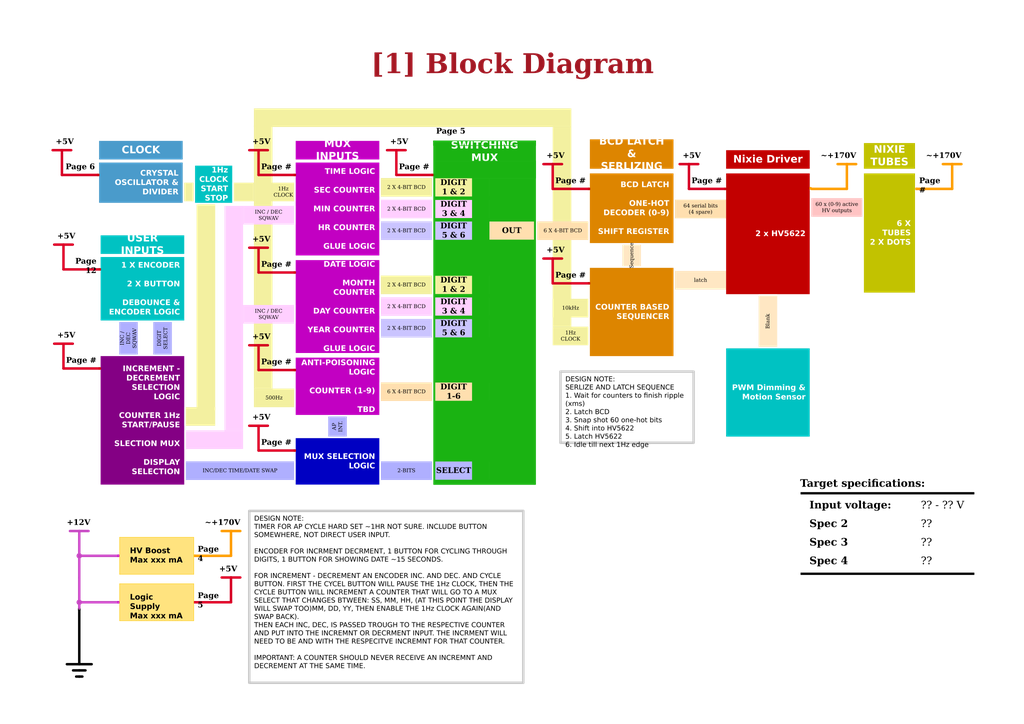
<source format=kicad_sch>
(kicad_sch
	(version 20250114)
	(generator "eeschema")
	(generator_version "9.0")
	(uuid "d4440dba-022e-49b2-97f2-6fc1871c7304")
	(paper "A3")
	(title_block
		(title "Block Diagram")
		(date "2025-01-12")
		(rev "${REVISION}")
		(company "${COMPANY}")
	)
	(lib_symbols)
	(rectangle
		(start 241.3 77.089)
		(end 241.935 77.851)
		(stroke
			(width 0.25)
			(type solid)
			(color 194 0 0 1)
		)
		(fill
			(type color)
			(color 194 0 0 1)
		)
		(uuid 06a90da7-9a86-4843-9c8a-d187caf814ab)
	)
	(rectangle
		(start 79.629 227.584)
		(end 80.264 228.346)
		(stroke
			(width 0.25)
			(type solid)
			(color 255 153 0 1)
		)
		(fill
			(type color)
			(color 255 153 0 1)
		)
		(uuid 12a8f300-c059-4689-9da2-e775c9b7b222)
	)
	(rectangle
		(start 200.66 98.425)
		(end 219.075 197.485)
		(stroke
			(width 0)
			(type default)
			(color 26 179 18 1)
		)
		(fill
			(type color)
			(color 26 179 18 1)
		)
		(uuid 184d4c8d-69e2-411d-8aa5-786395eeddab)
	)
	(rectangle
		(start 177.8 57.785)
		(end 219.71 59.69)
		(stroke
			(width 0.254)
			(type default)
			(color 26 179 18 1)
		)
		(fill
			(type color)
			(color 26 179 18 1)
		)
		(uuid 1c38ab9f-78ac-4525-a905-692b68e0d7be)
	)
	(rectangle
		(start 40.64 110.109)
		(end 41.275 110.871)
		(stroke
			(width 0.25)
			(type solid)
			(color 194 0 0 1)
		)
		(fill
			(type color)
			(color 194 0 0 1)
		)
		(uuid 1ce6bc3d-6cf6-426b-aac5-6f63634d0420)
	)
	(rectangle
		(start 332.105 76.835)
		(end 332.74 77.597)
		(stroke
			(width 0.25)
			(type solid)
			(color 255 153 0 1)
		)
		(fill
			(type color)
			(color 255 153 0 1)
		)
		(uuid 273dad30-1f13-4382-9856-ea5127a4a64b)
	)
	(rectangle
		(start 178.435 98.425)
		(end 219.075 113.03)
		(stroke
			(width 0)
			(type default)
			(color 26 179 18 1)
		)
		(fill
			(type color)
			(color 26 179 18 1)
		)
		(uuid 33939e83-1742-40c8-b78d-5af3b914ab31)
	)
	(rectangle
		(start 219.075 57.785)
		(end 219.71 198.755)
		(stroke
			(width 0)
			(type default)
			(color 26 179 18 1)
		)
		(fill
			(type color)
			(color 26 179 18 1)
		)
		(uuid 43ad7506-e0d7-49b6-972c-517451df1dd9)
	)
	(rectangle
		(start 375.539 77.089)
		(end 376.174 77.851)
		(stroke
			(width 0.25)
			(type solid)
			(color 255 153 0 1)
		)
		(fill
			(type color)
			(color 255 153 0 1)
		)
		(uuid 49525ec1-2318-41c7-a6bd-e2903afe6d39)
	)
	(rectangle
		(start 48.26 227.584)
		(end 48.895 228.346)
		(stroke
			(width 0.25)
			(type solid)
			(color 194 0 194 1)
		)
		(fill
			(type color)
			(color 194 0 194 1)
		)
		(uuid 4c6cb9bc-6ebc-49a3-893d-9406d03eb74b)
	)
	(rectangle
		(start 178.435 164.465)
		(end 219.075 189.23)
		(stroke
			(width 0)
			(type default)
			(color 26 179 18 1)
		)
		(fill
			(type color)
			(color 26 179 18 1)
		)
		(uuid 5b8a041f-77a3-4fa3-8060-556bb091b3c3)
	)
	(rectangle
		(start 178.435 196.85)
		(end 219.075 198.755)
		(stroke
			(width 0)
			(type default)
			(color 26 179 18 1)
		)
		(fill
			(type color)
			(color 26 179 18 1)
		)
		(uuid 613cfa31-f8f2-441b-9b9a-3fe99c745884)
	)
	(rectangle
		(start 120.65 151.384)
		(end 121.285 152.146)
		(stroke
			(width 0.25)
			(type solid)
			(color 194 0 0 1)
		)
		(fill
			(type color)
			(color 194 0 0 1)
		)
		(uuid 68b86a88-9a2a-4b84-96e0-774369b298d9)
	)
	(rectangle
		(start 241.3 115.824)
		(end 241.935 116.586)
		(stroke
			(width 0.25)
			(type solid)
			(color 194 0 0 1)
		)
		(fill
			(type color)
			(color 194 0 0 1)
		)
		(uuid 69dc4566-730b-4a9b-a2a7-5343808baa86)
	)
	(rectangle
		(start 49.022 239.395)
		(end 79.502 254.635)
		(stroke
			(width 0)
			(type default)
			(color 255 200 0 0.5019607843)
		)
		(fill
			(type color)
			(color 255 200 0 0.5019607843)
		)
		(uuid 6d27083e-baf9-459e-b0dc-430395e74362)
	)
	(rectangle
		(start 40.005 71.374)
		(end 40.64 72.136)
		(stroke
			(width 0.25)
			(type solid)
			(color 194 0 0 1)
		)
		(fill
			(type color)
			(color 194 0 0 1)
		)
		(uuid 70402685-b75b-4b36-9a72-62f7d7d97bb6)
	)
	(rectangle
		(start 178.435 89.535)
		(end 219.075 90.805)
		(stroke
			(width 0)
			(type default)
			(color 26 179 18 1)
		)
		(fill
			(type color)
			(color 26 179 18 1)
		)
		(uuid 74c5f5ac-510e-4c99-8e0e-ca2d145a7687)
	)
	(rectangle
		(start 193.675 73.025)
		(end 200.66 197.485)
		(stroke
			(width 0)
			(type default)
			(color 26 179 18 1)
		)
		(fill
			(type color)
			(color 26 179 18 1)
		)
		(uuid 79f3f361-d24a-482c-aac4-fcbedc64941e)
	)
	(rectangle
		(start 178.435 129.54)
		(end 219.075 130.81)
		(stroke
			(width 0)
			(type default)
			(color 26 179 18 1)
		)
		(fill
			(type color)
			(color 26 179 18 1)
		)
		(uuid 805cb107-c99d-4c0b-abe8-aaa26bb57a4d)
	)
	(rectangle
		(start 32.004 249.555)
		(end 33.02 250.317)
		(stroke
			(width 0.001)
			(type default)
			(color 0 0 0 1)
		)
		(fill
			(type color)
			(color 0 0 0 1)
		)
		(uuid 8fb245d6-696e-46a9-aee0-fc71b1bd2811)
	)
	(rectangle
		(start 48.26 246.634)
		(end 48.895 247.396)
		(stroke
			(width 0.25)
			(type solid)
			(color 194 0 194 1)
		)
		(fill
			(type color)
			(color 194 0 194 1)
		)
		(uuid 926c14cd-51d6-4183-83aa-3acd3f364634)
	)
	(rectangle
		(start 120.65 184.404)
		(end 121.285 185.166)
		(stroke
			(width 0.25)
			(type solid)
			(color 194 0 0 1)
		)
		(fill
			(type color)
			(color 194 0 0 1)
		)
		(uuid 9571b2b1-a94e-4c30-b2fb-2e631e61c941)
	)
	(rectangle
		(start 328.422 234.95)
		(end 399.542 235.712)
		(stroke
			(width 0)
			(type default)
			(color 0 0 0 1)
		)
		(fill
			(type color)
			(color 0 0 0 1)
		)
		(uuid 96358351-64fb-49b9-98d4-c975a586b1c3)
	)
	(rectangle
		(start 178.435 120.65)
		(end 219.075 121.92)
		(stroke
			(width 0)
			(type default)
			(color 26 179 18 1)
		)
		(fill
			(type color)
			(color 26 179 18 1)
		)
		(uuid 9f003ee0-d678-41c9-8943-8984c9b88122)
	)
	(rectangle
		(start 178.435 138.43)
		(end 219.075 156.845)
		(stroke
			(width 0)
			(type default)
			(color 26 179 18 1)
		)
		(fill
			(type color)
			(color 26 179 18 1)
		)
		(uuid a0829d77-6f0d-4b5f-a234-3cb3747f5655)
	)
	(rectangle
		(start 79.629 246.634)
		(end 80.264 247.396)
		(stroke
			(width 0.25)
			(type default)
			(color 212 0 32 1)
		)
		(fill
			(type color)
			(color 212 0 32 1)
		)
		(uuid b511ed02-73dc-4aca-8856-32e3a0e7b2bd)
	)
	(rectangle
		(start 120.65 111.379)
		(end 121.285 112.141)
		(stroke
			(width 0.25)
			(type solid)
			(color 194 0 0 1)
		)
		(fill
			(type color)
			(color 194 0 0 1)
		)
		(uuid b9f2e5ef-b700-4338-83f0-642e7313af39)
	)
	(circle
		(center 32.512 247.015)
		(radius 1.016)
		(stroke
			(width 0)
			(type default)
			(color 198 71 194 1)
		)
		(fill
			(type color)
			(color 198 71 194 1)
		)
		(uuid c30887ce-e8b0-4e61-8035-f856b5a10339)
	)
	(rectangle
		(start 177.165 71.374)
		(end 177.8 72.136)
		(stroke
			(width 0.25)
			(type solid)
			(color 194 0 0 1)
		)
		(fill
			(type color)
			(color 194 0 0 1)
		)
		(uuid c3d03417-beac-4428-b6b7-1b67ab2f4d98)
	)
	(rectangle
		(start 328.422 201.93)
		(end 399.542 202.692)
		(stroke
			(width 0)
			(type default)
			(color 0 0 0 1)
		)
		(fill
			(type color)
			(color 0 0 0 1)
		)
		(uuid ca4906af-4562-456f-b79d-f6f2c9056c36)
	)
	(rectangle
		(start 49.022 220.345)
		(end 79.502 235.585)
		(stroke
			(width 0)
			(type default)
			(color 255 200 0 0.5019607843)
		)
		(fill
			(type color)
			(color 255 200 0 0.5019607843)
		)
		(uuid d13c4f55-d46a-439a-a208-cbdf66d39a09)
	)
	(rectangle
		(start 178.435 80.645)
		(end 219.075 81.915)
		(stroke
			(width 0)
			(type default)
			(color 26 179 18 1)
		)
		(fill
			(type color)
			(color 26 179 18 1)
		)
		(uuid d638a22e-ba23-482a-bc2c-e646a4f2119d)
	)
	(rectangle
		(start 177.8 57.785)
		(end 178.435 198.755)
		(stroke
			(width 0)
			(type default)
			(color 26 179 18 1)
		)
		(fill
			(type color)
			(color 26 179 18 1)
		)
		(uuid dc9ef58a-3544-4871-98b7-f59b2deb6c2b)
	)
	(rectangle
		(start 200.66 73.025)
		(end 219.075 89.535)
		(stroke
			(width 0)
			(type default)
			(color 26 179 18 1)
		)
		(fill
			(type color)
			(color 26 179 18 1)
		)
		(uuid e30c19e9-67d6-4732-9ed7-5e02fda8622b)
	)
	(arc
		(start 213.995 93.98)
		(mid 213.995 93.98)
		(end 213.995 93.98)
		(stroke
			(width 0)
			(type default)
		)
		(fill
			(type none)
		)
		(uuid e91c3dd4-8c48-4760-b3e6-fb8a0aaf30fa)
	)
	(rectangle
		(start 297.18 77.089)
		(end 297.815 77.851)
		(stroke
			(width 0.25)
			(type solid)
			(color 194 0 0 1)
		)
		(fill
			(type color)
			(color 194 0 0 1)
		)
		(uuid eb924bb9-d4a1-48f0-8e8b-19adc91e1f01)
	)
	(rectangle
		(start 40.64 150.749)
		(end 41.275 151.511)
		(stroke
			(width 0.25)
			(type solid)
			(color 194 0 0 1)
		)
		(fill
			(type color)
			(color 194 0 0 1)
		)
		(uuid ee55956f-df07-4989-97b3-e4f66feb2c91)
	)
	(rectangle
		(start 120.65 71.374)
		(end 121.285 72.136)
		(stroke
			(width 0.25)
			(type solid)
			(color 194 0 0 1)
		)
		(fill
			(type color)
			(color 194 0 0 1)
		)
		(uuid f29c5093-d601-4cf9-930c-aa7a1d80ce89)
	)
	(rectangle
		(start 178.435 66.04)
		(end 219.71 73.025)
		(stroke
			(width 0)
			(type default)
			(color 26 179 18 1)
		)
		(fill
			(type color)
			(color 26 179 18 1)
		)
		(uuid f6ac3050-3d82-4a34-858d-91b5402f431f)
	)
	(circle
		(center 32.512 227.965)
		(radius 1.016)
		(stroke
			(width 0)
			(type default)
			(color 198 71 194 1)
		)
		(fill
			(type color)
			(color 198 71 194 1)
		)
		(uuid fb962045-e3ad-427d-8e13-7189ce103507)
	)
	(text "+5V"
		(exclude_from_sim no)
		(at 224.155 66.04 0)
		(effects
			(font
				(face "Times New Roman")
				(size 2.286 2.286)
				(thickness 0.4572)
				(bold yes)
				(color 0 0 0 1)
			)
			(justify left bottom)
		)
		(uuid "03be31ff-671c-4c54-aa03-c272c3efeba5")
	)
	(text "+12V"
		(exclude_from_sim no)
		(at 27.432 216.535 0)
		(effects
			(font
				(face "Times New Roman")
				(size 2.286 2.286)
				(thickness 0.4572)
				(bold yes)
				(color 0 0 0 1)
			)
			(justify left bottom)
		)
		(uuid "101bf075-2779-4382-8921-8033e4839d29")
	)
	(text "+5V"
		(exclude_from_sim no)
		(at 160.02 60.325 0)
		(effects
			(font
				(face "Times New Roman")
				(size 2.286 2.286)
				(thickness 0.4572)
				(bold yes)
				(color 0 0 0 1)
			)
			(justify left bottom)
		)
		(uuid "2631e908-d10c-4a1d-969a-d48925ae92a2")
	)
	(text "+5V"
		(exclude_from_sim no)
		(at 103.505 60.325 0)
		(effects
			(font
				(face "Times New Roman")
				(size 2.286 2.286)
				(thickness 0.4572)
				(bold yes)
				(color 0 0 0 1)
			)
			(justify left bottom)
		)
		(uuid "39341b2a-1021-4196-8cb1-5d1afed5b85e")
	)
	(text "+5V"
		(exclude_from_sim no)
		(at 280.035 66.04 0)
		(effects
			(font
				(face "Times New Roman")
				(size 2.286 2.286)
				(thickness 0.4572)
				(bold yes)
				(color 0 0 0 1)
			)
			(justify left bottom)
		)
		(uuid "48c5ec7f-e7eb-442c-8af0-a6cb155673c2")
	)
	(text "DESIGN CONSIDERATIONS"
		(exclude_from_sim no)
		(at 24.13 -48.26 0)
		(effects
			(font
				(face "Arial")
				(size 5 5)
				(bold yes)
				(color 53 60 207 1)
			)
			(justify left bottom)
		)
		(uuid "664f50ee-7027-4085-a7e7-a85f0dd7b2b1")
	)
	(text "+5V"
		(exclude_from_sim no)
		(at 23.495 139.7 0)
		(effects
			(font
				(face "Times New Roman")
				(size 2.286 2.286)
				(thickness 0.4572)
				(bold yes)
				(color 0 0 0 1)
			)
			(justify left bottom)
		)
		(uuid "813e630d-1036-4f10-b271-6f7c6828939e")
	)
	(text "+5V"
		(exclude_from_sim no)
		(at 103.505 173.355 0)
		(effects
			(font
				(face "Times New Roman")
				(size 2.286 2.286)
				(thickness 0.4572)
				(bold yes)
				(color 0 0 0 1)
			)
			(justify left bottom)
		)
		(uuid "864633b2-deac-4360-afb5-1dc232b78016")
	)
	(text "+5V"
		(exclude_from_sim no)
		(at 23.495 99.06 0)
		(effects
			(font
				(face "Times New Roman")
				(size 2.286 2.286)
				(thickness 0.4572)
				(bold yes)
				(color 0 0 0 1)
			)
			(justify left bottom)
		)
		(uuid "89127412-fe4a-42e4-bab3-c545ee7b32c4")
	)
	(text "~+170V"
		(exclude_from_sim no)
		(at 394.335 66.04 0)
		(effects
			(font
				(face "Times New Roman")
				(size 2.286 2.286)
				(thickness 0.4572)
				(bold yes)
				(color 0 0 0 1)
			)
			(justify right bottom)
		)
		(uuid "925b4591-d0fa-40db-8e64-787015f67f1c")
	)
	(text "+5V"
		(exclude_from_sim no)
		(at 97.282 235.585 0)
		(effects
			(font
				(face "Times New Roman")
				(size 2.286 2.286)
				(thickness 0.4572)
				(bold yes)
				(color 0 0 0 1)
			)
			(justify right bottom)
		)
		(uuid "ad6e3829-3684-4af1-9a28-ced841b0c880")
	)
	(text "+5V"
		(exclude_from_sim no)
		(at 22.86 60.325 0)
		(effects
			(font
				(face "Times New Roman")
				(size 2.286 2.286)
				(thickness 0.4572)
				(bold yes)
				(color 0 0 0 1)
			)
			(justify left bottom)
		)
		(uuid "c97acf93-22ac-44f7-a785-c33eecbc5677")
	)
	(text "+5V"
		(exclude_from_sim no)
		(at 103.505 140.335 0)
		(effects
			(font
				(face "Times New Roman")
				(size 2.286 2.286)
				(thickness 0.4572)
				(bold yes)
				(color 0 0 0 1)
			)
			(justify left bottom)
		)
		(uuid "c9a4eaa4-0a86-45c2-9ad2-92484d5dc68c")
	)
	(text "+5V"
		(exclude_from_sim no)
		(at 103.505 100.33 0)
		(effects
			(font
				(face "Times New Roman")
				(size 2.286 2.286)
				(thickness 0.4572)
				(bold yes)
				(color 0 0 0 1)
			)
			(justify left bottom)
		)
		(uuid "da08e3b8-0ff9-4bc6-9292-2aab6ca4a80b")
	)
	(text "~+170V"
		(exclude_from_sim no)
		(at 351.155 66.04 0)
		(effects
			(font
				(face "Times New Roman")
				(size 2.286 2.286)
				(thickness 0.4572)
				(bold yes)
				(color 0 0 0 1)
			)
			(justify right bottom)
		)
		(uuid "eccb7405-8924-48c7-84a7-84602260a3b9")
	)
	(text "+5V"
		(exclude_from_sim no)
		(at 224.155 104.775 0)
		(effects
			(font
				(face "Times New Roman")
				(size 2.286 2.286)
				(thickness 0.4572)
				(bold yes)
				(color 0 0 0 1)
			)
			(justify left bottom)
		)
		(uuid "f5ed18c5-07cc-42a1-9140-04347d94a35e")
	)
	(text "~+170V"
		(exclude_from_sim no)
		(at 98.552 216.535 0)
		(effects
			(font
				(face "Times New Roman")
				(size 2.286 2.286)
				(thickness 0.4572)
				(bold yes)
				(color 0 0 0 1)
			)
			(justify right bottom)
		)
		(uuid "f6a5ad4b-42cb-4635-94fa-d83f0234055d")
	)
	(text_box "INC / DEC SQWAV"
		(exclude_from_sim no)
		(at 99.695 125.095 0)
		(size 20.955 7.62)
		(margins 1.7144 1.7144 1.7144 1.7144)
		(stroke
			(width -0.0001)
			(type solid)
		)
		(fill
			(type color)
			(color 255 207 255 1)
		)
		(effects
			(font
				(face "Times New Roman")
				(size 1.524 1.524)
				(italic yes)
				(color 0 0 0 1)
			)
		)
		(uuid "045403cb-4c2d-4046-b1ad-59f319475518")
	)
	(text_box ""
		(exclude_from_sim no)
		(at 104.14 44.45 0)
		(size 130.175 7.62)
		(margins 1.7144 1.7144 1.7144 1.7144)
		(stroke
			(width -0.0001)
			(type solid)
		)
		(fill
			(type color)
			(color 243 240 160 1)
		)
		(effects
			(font
				(face "Times New Roman")
				(size 1.524 1.524)
				(italic yes)
				(color 0 0 0 1)
			)
		)
		(uuid "053416e3-af94-4a7f-b7e9-b12bd7f3d421")
	)
	(text_box "2 X 4-BIT BCD"
		(exclude_from_sim no)
		(at 156.21 113.03 0)
		(size 20.955 7.62)
		(margins 1.7144 1.7144 1.7144 1.7144)
		(stroke
			(width -0.0001)
			(type solid)
		)
		(fill
			(type color)
			(color 243 240 160 1)
		)
		(effects
			(font
				(face "Times New Roman")
				(size 1.524 1.524)
				(italic yes)
				(color 0 0 0 1)
			)
		)
		(uuid "064e8611-ea3b-43d8-8f85-3cbc28d3277f")
	)
	(text_box ""
		(exclude_from_sim no)
		(at 226.695 52.07 90)
		(size 7.62 38.735)
		(margins 1.7144 1.7144 1.7144 1.7144)
		(stroke
			(width -0.0001)
			(type solid)
		)
		(fill
			(type color)
			(color 243 240 160 1)
		)
		(effects
			(font
				(face "Times New Roman")
				(size 1.524 1.524)
				(italic yes)
				(color 0 0 0 1)
			)
		)
		(uuid "06ff789c-cc36-47d9-ae9d-1b855176a623")
	)
	(text_box "2 x HV5622"
		(exclude_from_sim no)
		(at 297.815 71.12 0)
		(size 34.29 49.53)
		(margins 1.7144 1.7144 1.7144 1.7144)
		(stroke
			(width -0.0001)
			(type solid)
		)
		(fill
			(type color)
			(color 194 0 0 1)
		)
		(effects
			(font
				(face "Arial")
				(size 2.286 2.286)
				(bold yes)
				(color 255 255 255 1)
			)
			(justify right)
		)
		(uuid "075e9859-4258-4e2f-9401-17a638ee67f7")
	)
	(text_box "10kHz"
		(exclude_from_sim no)
		(at 226.695 122.555 0)
		(size 14.605 7.62)
		(margins 1.7144 1.7144 1.7144 1.7144)
		(stroke
			(width -0.0001)
			(type solid)
		)
		(fill
			(type color)
			(color 243 240 160 1)
		)
		(effects
			(font
				(face "Times New Roman")
				(size 1.524 1.524)
				(italic yes)
				(color 0 0 0 1)
			)
		)
		(uuid "07602909-744f-4055-990b-5ad515bd2bab")
	)
	(text_box "BCD LATCH & SERLIZING "
		(exclude_from_sim no)
		(at 241.935 57.15 0)
		(size 34.29 12.065)
		(margins 2.2859 2.2859 2.2859 2.2859)
		(stroke
			(width -0.0001)
			(type solid)
		)
		(fill
			(type color)
			(color 221 133 0 1)
		)
		(effects
			(font
				(face "Arial")
				(size 3.048 3.048)
				(bold yes)
				(color 255 255 255 1)
			)
		)
		(uuid "08792924-1597-48a7-a535-4ea702d4e92a")
	)
	(text_box "DESIGN NOTE:\nExample text for informational design notes."
		(exclude_from_sim no)
		(at 24.13 -45.085 0)
		(size 30.48 20.32)
		(margins 2 2 2 2)
		(stroke
			(width 1)
			(type solid)
			(color 200 200 200 1)
		)
		(fill
			(type none)
		)
		(effects
			(font
				(face "Arial")
				(size 2 2)
				(color 0 0 0 1)
			)
			(justify left top)
		)
		(uuid "093dfa21-71e6-46dd-9a96-20d2a444c1cf")
	)
	(text_box "Spec 4"
		(exclude_from_sim no)
		(at 329.692 226.06 0)
		(size 44.45 7.62)
		(margins 2.2859 2.2859 2.2859 2.2859)
		(stroke
			(width -0.0001)
			(type default)
		)
		(fill
			(type none)
		)
		(effects
			(font
				(face "Times New Roman")
				(size 3.048 3.048)
				(thickness 0.4572)
				(bold yes)
				(color 0 0 0 1)
			)
			(justify left top)
		)
		(uuid "0b8fa12d-be48-46d8-a337-f14f24e9a703")
	)
	(text_box "DESIGN NOTE:\nTIMER FOR AP CYCLE HARD SET ~1HR NOT SURE. INCLUDE BUTTON SOMEWHERE, NOT DIRECT USER INPUT.\n\nENCODER FOR INCRMENT DECRMENT, 1 BUTTON FOR CYCLING THROUGH DIGITS, 1 BUTTON FOR SHOWING DATE ~15 SECONDS.\n\nFOR INCREMENT - DECREMENT AN ENCODER INC. AND DEC. AND CYCLE BUTTON. FIRST THE CYCEL BUTTON WILL PAUSE THE 1Hz CLOCK, THEN THE CYCLE BUTTON WILL INCREMENT A COUNTER THAT WILL GO TO A MUX SELECT THAT CHANGES BTWEEN: SS, MM, HH, (AT THIS POINT THE DISPLAY WILL SWAP TOO)MM, DD, YY, THEN ENABLE THE 1Hz CLOCK AGAIN(AND SWAP BACK).\nTHEN EACH INC, DEC, IS PASSED TROUGH TO THE RESPECTIVE COUNTER AND PUT INTO THE INCREMNT OR DECRMENT INPUT. THE INCRMENT WILL NEED TO BE AND WITH THE RESPECITVE INCREMNT FOR THAT COUNTER.\n\nIMPORTANT: A COUNTER SHOULD NEVER RECEIVE AN INCREMNT AND DECREMENT AT THE SAME TIME. "
		(exclude_from_sim no)
		(at 102.235 209.55 0)
		(size 112.395 70.485)
		(margins 2 2 2 2)
		(stroke
			(width 1)
			(type solid)
			(color 200 200 200 1)
		)
		(fill
			(type none)
		)
		(effects
			(font
				(face "Arial")
				(size 2 2)
				(color 0 0 0 1)
			)
			(justify left top)
		)
		(uuid "0d69c6a1-bc4d-45b4-b52e-70a9645d5bcb")
	)
	(text_box ""
		(exclude_from_sim no)
		(at 75.565 74.93 0)
		(size 3.81 7.62)
		(margins 1.7144 1.7144 1.7144 1.7144)
		(stroke
			(width -0.0001)
			(type solid)
		)
		(fill
			(type color)
			(color 243 240 160 1)
		)
		(effects
			(font
				(face "Times New Roman")
				(size 1.524 1.524)
				(italic yes)
				(color 0 0 0 1)
			)
		)
		(uuid "0e5f91dd-acae-4d5d-90f5-0fe2d3de6dba")
	)
	(text_box "INC / DEC SQWAV"
		(exclude_from_sim no)
		(at 99.695 84.455 0)
		(size 20.955 7.62)
		(margins 1.7144 1.7144 1.7144 1.7144)
		(stroke
			(width -0.0001)
			(type solid)
		)
		(fill
			(type color)
			(color 255 207 255 1)
		)
		(effects
			(font
				(face "Times New Roman")
				(size 1.524 1.524)
				(italic yes)
				(color 0 0 0 1)
			)
		)
		(uuid "0fcced44-5150-48a4-b3b1-654aafc2906f")
	)
	(text_box "1Hz CLOCK"
		(exclude_from_sim no)
		(at 226.695 133.985 0)
		(size 14.605 7.62)
		(margins 1.7144 1.7144 1.7144 1.7144)
		(stroke
			(width -0.0001)
			(type solid)
		)
		(fill
			(type color)
			(color 243 240 160 1)
		)
		(effects
			(font
				(face "Times New Roman")
				(size 1.524 1.524)
				(italic yes)
				(color 0 0 0 1)
			)
		)
		(uuid "111ba726-a3f1-4cd9-9d0f-7f1b940468c2")
	)
	(text_box "Page 12"
		(exclude_from_sim no)
		(at 23.495 104.14 0)
		(size 17.78 5.08)
		(margins 1.7144 1.7144 1.7144 1.7144)
		(stroke
			(width -0.0001)
			(type solid)
		)
		(fill
			(type none)
		)
		(effects
			(font
				(face "Times New Roman")
				(size 2.286 2.286)
				(thickness 0.4572)
				(bold yes)
				(color 0 0 0 1)
			)
			(justify right top)
			(href "#12")
		)
		(uuid "15642135-ee5d-4fbb-9a86-3d4a03d1441e")
	)
	(text_box "?? - ?? V"
		(exclude_from_sim no)
		(at 375.412 203.2 0)
		(size 24.13 7.62)
		(margins 2.2859 2.2859 2.2859 2.2859)
		(stroke
			(width -0.0001)
			(type default)
		)
		(fill
			(type none)
		)
		(effects
			(font
				(face "Times New Roman")
				(size 3.048 3.048)
				(color 0 0 0 1)
			)
			(justify left top)
		)
		(uuid "15dd005a-2a1f-436c-a9b8-4953c7e00daf")
	)
	(text_box ""
		(exclude_from_sim no)
		(at 76.2 176.53 0)
		(size 23.495 7.62)
		(margins 1.7144 1.7144 1.7144 1.7144)
		(stroke
			(width -0.0001)
			(type solid)
		)
		(fill
			(type color)
			(color 255 207 255 1)
		)
		(effects
			(font
				(face "Times New Roman")
				(size 1.524 1.524)
				(italic yes)
				(color 0 0 0 1)
			)
		)
		(uuid "18581628-f5e1-45c5-bbcd-bf22fcf10867")
	)
	(text_box "6 X 4-BIT BCD"
		(exclude_from_sim no)
		(at 220.345 90.805 0)
		(size 20.955 7.62)
		(margins 1.7144 1.7144 1.7144 1.7144)
		(stroke
			(width -0.0001)
			(type solid)
		)
		(fill
			(type color)
			(color 255 223 175 1)
		)
		(effects
			(font
				(face "Times New Roman")
				(size 1.524 1.524)
				(italic yes)
				(color 0 0 0 1)
			)
		)
		(uuid "1954c1ec-e6a2-4fa2-99ce-f30f25a00f26")
	)
	(text_box "64 serial bits \n(4 spare)"
		(exclude_from_sim no)
		(at 276.86 81.915 0)
		(size 20.955 7.62)
		(margins 1.7144 1.7144 1.7144 1.7144)
		(stroke
			(width -0.0001)
			(type solid)
		)
		(fill
			(type color)
			(color 255 223 175 1)
		)
		(effects
			(font
				(face "Times New Roman")
				(size 1.524 1.524)
				(italic yes)
				(color 0 0 0 1)
			)
		)
		(uuid "19c7ea31-19bb-4ccd-bedc-916a936ac1c5")
	)
	(text_box "HV Boost\nMax xxx mA"
		(exclude_from_sim no)
		(at 51.562 222.885 0)
		(size 25.4 10.16)
		(margins 1.7144 1.7144 1.7144 1.7144)
		(stroke
			(width -0.0001)
			(type solid)
		)
		(fill
			(type none)
		)
		(effects
			(font
				(face "Arial")
				(size 2.286 2.286)
				(thickness 0.254)
				(bold yes)
				(color 0 0 0 1)
			)
			(justify left top)
		)
		(uuid "2663f24d-cd9a-4dae-a281-16b6b61253ad")
	)
	(text_box "??"
		(exclude_from_sim no)
		(at 375.412 226.06 0)
		(size 24.13 7.62)
		(margins 2.2859 2.2859 2.2859 2.2859)
		(stroke
			(width -0.0001)
			(type default)
		)
		(fill
			(type none)
		)
		(effects
			(font
				(face "Times New Roman")
				(size 3.048 3.048)
				(color 0 0 0 1)
			)
			(justify left top)
		)
		(uuid "286ce998-255c-48c3-a453-7c9a43b4377f")
	)
	(text_box "Page #"
		(exclude_from_sim no)
		(at 224.155 71.12 0)
		(size 17.78 5.08)
		(margins 1.7144 1.7144 1.7144 1.7144)
		(stroke
			(width -0.0001)
			(type default)
		)
		(fill
			(type none)
		)
		(effects
			(font
				(face "Times New Roman")
				(size 2.286 2.286)
				(thickness 0.4572)
				(bold yes)
				(color 0 0 0 1)
			)
			(justify right top)
		)
		(uuid "294be89d-c241-408d-ac82-18df9f162c65")
	)
	(text_box ""
		(exclude_from_sim no)
		(at 95.885 74.93 0)
		(size 8.255 7.62)
		(margins 1.7144 1.7144 1.7144 1.7144)
		(stroke
			(width -0.0001)
			(type solid)
		)
		(fill
			(type color)
			(color 243 240 160 1)
		)
		(effects
			(font
				(face "Times New Roman")
				(size 1.524 1.524)
				(italic yes)
				(color 0 0 0 1)
			)
		)
		(uuid "2c8b58ef-ec08-4243-9dbc-0bddb44aba9b")
	)
	(text_box "PWM Dimming & Motion Sensor"
		(exclude_from_sim no)
		(at 297.815 142.875 0)
		(size 34.29 36.195)
		(margins 1.7144 1.7144 1.7144 1.7144)
		(stroke
			(width -0.0001)
			(type solid)
		)
		(fill
			(type color)
			(color 0 194 194 1)
		)
		(effects
			(font
				(face "Arial")
				(size 2.286 2.286)
				(bold yes)
				(color 255 255 255 1)
			)
			(justify right)
		)
		(uuid "2d2f0571-dfb7-4ceb-9b22-c333bab5d88a")
	)
	(text_box "DESIGN NOTE:\nExample text for debug notes."
		(exclude_from_sim no)
		(at 59.055 -45.085 0)
		(size 30.48 20.32)
		(margins 2 2 2 2)
		(stroke
			(width 1)
			(type solid)
			(color 255 165 0 1)
		)
		(fill
			(type none)
		)
		(effects
			(font
				(face "Arial")
				(size 2 2)
				(color 0 0 0 1)
			)
			(justify left top)
		)
		(uuid "2e573953-8588-471e-9f05-2baa9b304590")
	)
	(text_box "SWITCHING MUX"
		(exclude_from_sim no)
		(at 178.435 58.42 0)
		(size 40.64 7.62)
		(margins 2.2859 2.2859 2.2859 2.2859)
		(stroke
			(width -0.0001)
			(type solid)
		)
		(fill
			(type color)
			(color 26 179 18 1)
		)
		(effects
			(font
				(face "Arial")
				(size 3.048 3.048)
				(bold yes)
				(color 255 255 255 1)
			)
		)
		(uuid "303e44ee-abec-47f8-8dea-369c5a3e7105")
	)
	(text_box "INC / DEC SQWAV"
		(exclude_from_sim no)
		(at 48.895 132.08 90)
		(size 7.62 13.335)
		(margins 1.1429 1.1429 1.1429 1.1429)
		(stroke
			(width -0.0001)
			(type solid)
		)
		(fill
			(type color)
			(color 175 175 255 1)
		)
		(effects
			(font
				(face "Times New Roman")
				(size 1.524 1.524)
				(italic yes)
				(color 0 0 0 1)
			)
		)
		(uuid "32d98b12-4562-4d59-94f7-bfba37f2e1c6")
	)
	(text_box "BCD LATCH\n\nONE-HOT DECODER (0-9)\n\nSHIFT REGISTER"
		(exclude_from_sim no)
		(at 241.935 71.12 0)
		(size 34.29 28.575)
		(margins 1.7144 1.7144 1.7144 1.7144)
		(stroke
			(width -0.0001)
			(type solid)
		)
		(fill
			(type color)
			(color 221 133 0 1)
		)
		(effects
			(font
				(face "Arial")
				(size 2.286 2.286)
				(bold yes)
				(color 255 255 255 1)
			)
			(justify right)
		)
		(uuid "3876e24b-eb64-40f0-82f4-8ed551a76338")
	)
	(text_box "CRYSTAL OSCILLATOR & DIVIDER"
		(exclude_from_sim no)
		(at 40.64 66.675 0)
		(size 34.29 16.51)
		(margins 1.7144 1.7144 1.7144 1.7144)
		(stroke
			(width -0.0001)
			(type solid)
		)
		(fill
			(type color)
			(color 74 155 203 1)
		)
		(effects
			(font
				(face "Arial")
				(size 2.286 2.286)
				(bold yes)
				(color 255 255 255 1)
			)
			(justify right)
		)
		(uuid "3910b3f6-1cc5-449c-afe1-9650f7f39464")
	)
	(text_box "60 x (0-9) active HV outputs"
		(exclude_from_sim no)
		(at 332.74 81.28 0)
		(size 20.955 7.62)
		(margins 1.1429 1.1429 1.1429 1.1429)
		(stroke
			(width -0.0001)
			(type solid)
		)
		(fill
			(type color)
			(color 255 195 195 1)
		)
		(effects
			(font
				(face "Times New Roman")
				(size 1.524 1.524)
				(italic yes)
				(color 0 0 0 1)
			)
		)
		(uuid "3a94088b-fb0e-4e61-ac4e-4b2822eb3025")
	)
	(text_box "Page #"
		(exclude_from_sim no)
		(at 160.02 65.405 0)
		(size 17.78 5.08)
		(margins 1.7144 1.7144 1.7144 1.7144)
		(stroke
			(width -0.0001)
			(type default)
		)
		(fill
			(type none)
		)
		(effects
			(font
				(face "Times New Roman")
				(size 2.286 2.286)
				(thickness 0.4572)
				(bold yes)
				(color 0 0 0 1)
			)
			(justify right top)
		)
		(uuid "3c68f312-2030-4024-b5b8-0d4cb9acf72a")
	)
	(text_box "MUX INPUTS"
		(exclude_from_sim no)
		(at 121.285 57.785 0)
		(size 34.29 7.62)
		(margins 2.2859 2.2859 2.2859 2.2859)
		(stroke
			(width -0.0001)
			(type solid)
		)
		(fill
			(type color)
			(color 194 0 194 1)
		)
		(effects
			(font
				(face "Arial")
				(size 3.048 3.048)
				(bold yes)
				(color 255 255 255 1)
			)
		)
		(uuid "3e87b546-b6dc-4fa4-9348-4f1c2934ca37")
	)
	(text_box "Page 6"
		(exclude_from_sim no)
		(at 22.86 65.405 0)
		(size 17.78 5.08)
		(margins 1.7144 1.7144 1.7144 1.7144)
		(stroke
			(width -0.0001)
			(type solid)
		)
		(fill
			(type none)
		)
		(effects
			(font
				(face "Times New Roman")
				(size 2.286 2.286)
				(thickness 0.4572)
				(bold yes)
				(color 0 0 0 1)
			)
			(justify right top)
			(href "#6")
		)
		(uuid "437beeb4-8fab-4629-8a22-68c4be7a2c41")
	)
	(text_box ""
		(exclude_from_sim no)
		(at 104.14 132.715 90)
		(size 7.62 26.67)
		(margins 1.7144 1.7144 1.7144 1.7144)
		(stroke
			(width -0.0001)
			(type solid)
		)
		(fill
			(type color)
			(color 243 240 160 1)
		)
		(effects
			(font
				(face "Times New Roman")
				(size 1.524 1.524)
				(italic yes)
				(color 0 0 0 1)
			)
		)
		(uuid "450d164f-20cb-411f-ad98-7b1c88cb7647")
	)
	(text_box "DIGIT 5 & 6"
		(exclude_from_sim no)
		(at 178.435 130.81 0)
		(size 15.24 7.62)
		(margins 1.7144 1.7144 1.7144 1.7144)
		(stroke
			(width -0.0001)
			(type solid)
		)
		(fill
			(type color)
			(color 202 196 255 1)
		)
		(effects
			(font
				(face "Times New Roman")
				(size 2.286 2.286)
				(bold yes)
				(color 0 0 0 1)
			)
		)
		(uuid "455b529d-2342-41b7-ba50-14f31273f6c0")
	)
	(text_box "Page #"
		(exclude_from_sim no)
		(at 280.035 71.12 0)
		(size 17.78 5.08)
		(margins 1.7144 1.7144 1.7144 1.7144)
		(stroke
			(width -0.0001)
			(type default)
		)
		(fill
			(type none)
		)
		(effects
			(font
				(face "Times New Roman")
				(size 2.286 2.286)
				(thickness 0.4572)
				(bold yes)
				(color 0 0 0 1)
			)
			(justify right top)
		)
		(uuid "506c17c2-9ed0-4dd5-871a-fbc99df35ab8")
	)
	(text_box "INCREMENT - DECREMENT SELECTION LOGIC\n\nCOUNTER 1Hz START/PAUSE\n\nSLECTION MUX\n\nDISPLAY SELECTION"
		(exclude_from_sim no)
		(at 41.275 146.05 0)
		(size 34.29 52.705)
		(margins 1.7144 1.7144 1.7144 1.7144)
		(stroke
			(width -0.0001)
			(type solid)
		)
		(fill
			(type color)
			(color 132 0 132 1)
		)
		(effects
			(font
				(face "Arial")
				(size 2.286 2.286)
				(bold yes)
				(color 255 255 255 1)
			)
			(justify right)
		)
		(uuid "599c80f1-5ad2-4faf-9f31-2f0ee29b2c26")
	)
	(text_box "Page #"
		(exclude_from_sim no)
		(at 103.505 145.415 0)
		(size 17.78 5.08)
		(margins 1.7144 1.7144 1.7144 1.7144)
		(stroke
			(width -0.0001)
			(type default)
		)
		(fill
			(type none)
		)
		(effects
			(font
				(face "Times New Roman")
				(size 2.286 2.286)
				(thickness 0.4572)
				(bold yes)
				(color 0 0 0 1)
			)
			(justify right top)
		)
		(uuid "5b1d78d2-13b4-4123-9d5c-f13da0f08025")
	)
	(text_box "Sequence"
		(exclude_from_sim no)
		(at 255.27 100.33 90)
		(size 7.62 8.89)
		(margins 1.1429 1.1429 1.1429 1.1429)
		(stroke
			(width -0.0001)
			(type solid)
		)
		(fill
			(type color)
			(color 255 231 195 1)
		)
		(effects
			(font
				(face "Times New Roman")
				(size 1.524 1.524)
				(italic yes)
				(color 0 0 0 1)
			)
		)
		(uuid "5f4a2d80-9818-43e5-9ca8-d8665fb36805")
	)
	(text_box "Page #"
		(exclude_from_sim no)
		(at 103.505 105.41 0)
		(size 17.78 5.08)
		(margins 1.7144 1.7144 1.7144 1.7144)
		(stroke
			(width -0.0001)
			(type default)
		)
		(fill
			(type none)
		)
		(effects
			(font
				(face "Times New Roman")
				(size 2.286 2.286)
				(thickness 0.4572)
				(bold yes)
				(color 0 0 0 1)
			)
			(justify right top)
		)
		(uuid "64846197-25b0-465e-a2cb-6bd6b049e04d")
	)
	(text_box "INC/DEC TIME/DATE SWAP"
		(exclude_from_sim no)
		(at 76.2 189.23 0)
		(size 44.45 7.62)
		(margins 1.1429 1.1429 1.1429 1.1429)
		(stroke
			(width -0.0001)
			(type solid)
		)
		(fill
			(type color)
			(color 175 175 255 1)
		)
		(effects
			(font
				(face "Times New Roman")
				(size 1.524 1.524)
				(italic yes)
				(color 0 0 0 1)
			)
		)
		(uuid "6521efeb-e66f-4cc2-be18-efa080bdf5df")
	)
	(text_box "LAYOUT NOTE:\nExample text for critical layout guidelines."
		(exclude_from_sim no)
		(at 163.83 -45.085 0)
		(size 30.48 20.32)
		(margins 2.25 2.25 2.25 2.25)
		(stroke
			(width 1.5)
			(type solid)
			(color 0 0 255 1)
		)
		(fill
			(type none)
		)
		(effects
			(font
				(face "Arial")
				(size 2 2)
				(thickness 0.4)
				(bold yes)
				(color 0 0 255 1)
			)
			(justify left top)
		)
		(uuid "6ac9a1f3-1f43-4462-8329-a7c0d058ebf8")
	)
	(text_box "2 X 4-BIT BCD"
		(exclude_from_sim no)
		(at 156.21 121.92 0)
		(size 20.955 7.62)
		(margins 1.7144 1.7144 1.7144 1.7144)
		(stroke
			(width -0.0001)
			(type solid)
		)
		(fill
			(type color)
			(color 255 207 255 1)
		)
		(effects
			(font
				(face "Times New Roman")
				(size 1.524 1.524)
				(italic yes)
				(color 0 0 0 1)
			)
		)
		(uuid "6b7cb7e0-9d3a-4899-b53a-ea45d2867bf8")
	)
	(text_box "Page #"
		(exclude_from_sim no)
		(at 103.505 65.405 0)
		(size 17.78 5.08)
		(margins 1.7144 1.7144 1.7144 1.7144)
		(stroke
			(width -0.0001)
			(type default)
		)
		(fill
			(type none)
		)
		(effects
			(font
				(face "Times New Roman")
				(size 2.286 2.286)
				(thickness 0.4572)
				(bold yes)
				(color 0 0 0 1)
			)
			(justify right top)
		)
		(uuid "6f4df2c0-b2b2-4d40-9a35-d9418bb2bb1d")
	)
	(text_box "COUNTER BASED SEQUENCER"
		(exclude_from_sim no)
		(at 241.935 109.855 0)
		(size 34.29 36.195)
		(margins 1.7144 1.7144 1.7144 1.7144)
		(stroke
			(width -0.0001)
			(type solid)
		)
		(fill
			(type color)
			(color 221 133 0 1)
		)
		(effects
			(font
				(face "Arial")
				(size 2.286 2.286)
				(bold yes)
				(color 255 255 255 1)
			)
			(justify right)
		)
		(uuid "7353f8db-da3f-407d-83ab-422559c4d15e")
	)
	(text_box "[${#}] ${TITLE}"
		(exclude_from_sim no)
		(at 144.78 20.32 0)
		(size 130.81 12.7)
		(margins 5.9999 5.9999 5.9999 5.9999)
		(stroke
			(width -0.0001)
			(type default)
		)
		(fill
			(type none)
		)
		(effects
			(font
				(face "Times New Roman")
				(size 8 8)
				(thickness 1.2)
				(bold yes)
				(color 162 22 34 1)
			)
		)
		(uuid "73b2b29c-2473-4e80-be0b-4f57c6856c3e")
	)
	(text_box "DESIGN NOTE:\nExample text for critical design notes."
		(exclude_from_sim no)
		(at 128.905 -45.085 0)
		(size 30.48 20.32)
		(margins 2.25 2.25 2.25 2.25)
		(stroke
			(width 1.5)
			(type solid)
			(color 255 0 0 1)
		)
		(fill
			(type none)
		)
		(effects
			(font
				(face "Arial")
				(size 2 2)
				(thickness 0.4)
				(bold yes)
				(color 255 0 0 1)
			)
			(justify left top)
		)
		(uuid "7536fb3b-a1e2-44bf-b390-dceba1285053")
	)
	(text_box "NIXIE TUBES"
		(exclude_from_sim no)
		(at 354.33 58.674 0)
		(size 20.955 10.541)
		(margins 2.2859 2.2859 2.2859 2.2859)
		(stroke
			(width -0.0001)
			(type solid)
		)
		(fill
			(type color)
			(color 194 194 0 1)
		)
		(effects
			(font
				(face "Arial")
				(size 3.048 3.048)
				(bold yes)
				(color 255 255 255 1)
			)
		)
		(uuid "75b59742-7d57-47f0-b471-3f02d952ed4b")
	)
	(text_box "??"
		(exclude_from_sim no)
		(at 375.412 210.82 0)
		(size 24.13 7.62)
		(margins 2.2859 2.2859 2.2859 2.2859)
		(stroke
			(width -0.0001)
			(type default)
		)
		(fill
			(type none)
		)
		(effects
			(font
				(face "Times New Roman")
				(size 3.048 3.048)
				(color 0 0 0 1)
			)
			(justify left top)
		)
		(uuid "79a60212-4382-435d-b74b-f889451ff3a1")
	)
	(text_box "Input voltage:"
		(exclude_from_sim no)
		(at 329.692 203.2 0)
		(size 41.91 7.62)
		(margins 2.2859 2.2859 2.2859 2.2859)
		(stroke
			(width -0.0001)
			(type default)
		)
		(fill
			(type none)
		)
		(effects
			(font
				(face "Times New Roman")
				(size 3.048 3.048)
				(thickness 0.4572)
				(bold yes)
				(color 0 0 0 1)
			)
			(justify left top)
		)
		(uuid "7a48ef1e-fc21-4f84-87ab-2b944a808bd0")
	)
	(text_box "CLOCK"
		(exclude_from_sim no)
		(at 40.64 57.785 0)
		(size 34.29 7.62)
		(margins 2.2859 2.2859 2.2859 2.2859)
		(stroke
			(width -0.0001)
			(type solid)
		)
		(fill
			(type color)
			(color 74 155 203 1)
		)
		(effects
			(font
				(face "Arial")
				(size 3.048 3.048)
				(bold yes)
				(color 255 255 255 1)
			)
		)
		(uuid "7a77dff7-2b2f-4cc0-b247-3708c3bf73e3")
	)
	(text_box ""
		(exclude_from_sim no)
		(at 76.2 167.005 0)
		(size 12.065 7.62)
		(margins 1.7144 1.7144 1.7144 1.7144)
		(stroke
			(width -0.0001)
			(type solid)
		)
		(fill
			(type color)
			(color 243 240 160 1)
		)
		(effects
			(font
				(face "Times New Roman")
				(size 1.524 1.524)
				(italic yes)
				(color 0 0 0 1)
			)
		)
		(uuid "7ebf760f-8082-41bb-8e21-b3c1c4c70788")
	)
	(text_box "DESIGN NOTE:\nExample text for cautionary design notes."
		(exclude_from_sim no)
		(at 93.98 -45.085 0)
		(size 30.48 20.32)
		(margins 2 2 2 2)
		(stroke
			(width 1)
			(type solid)
			(color 250 236 0 1)
		)
		(fill
			(type none)
		)
		(effects
			(font
				(face "Arial")
				(size 2 2)
				(color 0 0 0 1)
			)
			(justify left top)
		)
		(uuid "84e344d2-cbd1-4d83-bed0-f10e949015d3")
	)
	(text_box "USER INPUTS"
		(exclude_from_sim no)
		(at 41.275 96.52 0)
		(size 34.29 7.62)
		(margins 2.2859 2.2859 2.2859 2.2859)
		(stroke
			(width -0.0001)
			(type solid)
		)
		(fill
			(type color)
			(color 0 194 194 1)
		)
		(effects
			(font
				(face "Arial")
				(size 3.048 3.048)
				(bold yes)
				(color 255 255 255 1)
			)
		)
		(uuid "86adaf35-d906-4de9-908a-64a8d7118d6b")
	)
	(text_box "Page #"
		(exclude_from_sim no)
		(at 103.505 178.435 0)
		(size 17.78 5.08)
		(margins 1.7144 1.7144 1.7144 1.7144)
		(stroke
			(width -0.0001)
			(type default)
		)
		(fill
			(type none)
		)
		(effects
			(font
				(face "Times New Roman")
				(size 2.286 2.286)
				(thickness 0.4572)
				(bold yes)
				(color 0 0 0 1)
			)
			(justify right top)
		)
		(uuid "86c6ce11-6a66-4348-9388-bd72974b2b99")
	)
	(text_box "DATE LOGIC\n\nMONTH COUNTER\n\nDAY COUNTER\n\nYEAR COUNTER\n\nGLUE LOGIC"
		(exclude_from_sim no)
		(at 121.285 106.68 0)
		(size 34.29 38.1)
		(margins 1.7144 1.7144 1.7144 1.7144)
		(stroke
			(width -0.0001)
			(type solid)
		)
		(fill
			(type color)
			(color 194 0 194 1)
		)
		(effects
			(font
				(face "Arial")
				(size 2.286 2.286)
				(bold yes)
				(color 255 255 255 1)
			)
			(justify right)
		)
		(uuid "883e405a-4572-4760-8eb4-84fc8fada71b")
	)
	(text_box "DIGIT 5 & 6"
		(exclude_from_sim no)
		(at 178.435 90.805 0)
		(size 15.24 7.62)
		(margins 1.7144 1.7144 1.7144 1.7144)
		(stroke
			(width -0.0001)
			(type solid)
		)
		(fill
			(type color)
			(color 202 196 255 1)
		)
		(effects
			(font
				(face "Times New Roman")
				(size 2.286 2.286)
				(bold yes)
				(color 0 0 0 1)
			)
		)
		(uuid "88cc83e7-7bb4-4d6b-9595-b9e1bee5e04b")
	)
	(text_box "2 X 4-BIT BCD"
		(exclude_from_sim no)
		(at 156.21 130.81 0)
		(size 20.955 7.62)
		(margins 1.7144 1.7144 1.7144 1.7144)
		(stroke
			(width -0.0001)
			(type solid)
		)
		(fill
			(type color)
			(color 202 196 255 1)
		)
		(effects
			(font
				(face "Times New Roman")
				(size 1.524 1.524)
				(italic yes)
				(color 0 0 0 1)
			)
		)
		(uuid "8c0dbdb6-1bf6-4315-bed1-2284619901ea")
	)
	(text_box "6 X 4-BIT BCD"
		(exclude_from_sim no)
		(at 156.21 156.845 0)
		(size 20.955 7.62)
		(margins 1.7144 1.7144 1.7144 1.7144)
		(stroke
			(width -0.0001)
			(type solid)
		)
		(fill
			(type color)
			(color 255 223 175 1)
		)
		(effects
			(font
				(face "Times New Roman")
				(size 1.524 1.524)
				(italic yes)
				(color 0 0 0 1)
			)
		)
		(uuid "90c91df8-b488-49ca-84cb-d8c1a01cea6f")
	)
	(text_box "Target specifications:"
		(exclude_from_sim no)
		(at 325.882 194.31 0)
		(size 73.66 7.62)
		(margins 2.2859 2.2859 2.2859 2.2859)
		(stroke
			(width -0.0001)
			(type default)
		)
		(fill
			(type none)
		)
		(effects
			(font
				(face "Times New Roman")
				(size 3.048 3.048)
				(thickness 0.4572)
				(bold yes)
				(color 0 0 0 1)
			)
			(justify left top)
		)
		(uuid "92d1b8db-5c65-4f81-bd38-95477ba2f196")
	)
	(text_box "500Hz"
		(exclude_from_sim no)
		(at 104.14 159.385 0)
		(size 16.51 7.62)
		(margins 1.7144 1.7144 1.7144 1.7144)
		(stroke
			(width -0.0001)
			(type solid)
		)
		(fill
			(type color)
			(color 243 240 160 1)
		)
		(effects
			(font
				(face "Times New Roman")
				(size 1.524 1.524)
				(italic yes)
				(color 0 0 0 1)
			)
		)
		(uuid "92d5f947-f77b-44c6-a843-023f2ce04ffb")
	)
	(text_box "DIGIT 3 & 4"
		(exclude_from_sim no)
		(at 178.435 81.915 0)
		(size 15.24 7.62)
		(margins 1.7144 1.7144 1.7144 1.7144)
		(stroke
			(width -0.0001)
			(type solid)
		)
		(fill
			(type color)
			(color 255 207 255 1)
		)
		(effects
			(font
				(face "Times New Roman")
				(size 2.286 2.286)
				(bold yes)
				(color 0 0 0 1)
			)
		)
		(uuid "99de4852-1e6a-43c2-80a3-f90f994ca547")
	)
	(text_box "Page #"
		(exclude_from_sim no)
		(at 224.155 109.855 0)
		(size 17.78 5.08)
		(margins 1.7144 1.7144 1.7144 1.7144)
		(stroke
			(width -0.0001)
			(type default)
		)
		(fill
			(type none)
		)
		(effects
			(font
				(face "Times New Roman")
				(size 2.286 2.286)
				(thickness 0.4572)
				(bold yes)
				(color 0 0 0 1)
			)
			(justify right top)
		)
		(uuid "a07d1b42-76dc-4ee4-933f-bdce6768136e")
	)
	(text_box "6 X TUBES\n2 X DOTS"
		(exclude_from_sim no)
		(at 354.33 71.12 0)
		(size 20.955 48.895)
		(margins 1.7144 1.7144 1.7144 1.7144)
		(stroke
			(width -0.0001)
			(type solid)
		)
		(fill
			(type color)
			(color 194 194 0 1)
		)
		(effects
			(font
				(face "Arial")
				(size 2.286 2.286)
				(bold yes)
				(color 255 255 255 1)
			)
			(justify right)
		)
		(uuid "a0c9981a-9386-42e1-a931-a35dd511fcdb")
	)
	(text_box ""
		(exclude_from_sim no)
		(at 104.14 51.435 90)
		(size 7.62 33.02)
		(margins 1.7144 1.7144 1.7144 1.7144)
		(stroke
			(width -0.0001)
			(type solid)
		)
		(fill
			(type color)
			(color 243 240 160 1)
		)
		(effects
			(font
				(face "Times New Roman")
				(size 1.524 1.524)
				(italic yes)
				(color 0 0 0 1)
			)
		)
		(uuid "a10af7d1-4278-4f87-9655-c4b63b576de7")
	)
	(text_box ""
		(exclude_from_sim no)
		(at 226.695 98.425 90)
		(size 7.62 35.56)
		(margins 1.7144 1.7144 1.7144 1.7144)
		(stroke
			(width -0.0001)
			(type solid)
		)
		(fill
			(type color)
			(color 243 240 160 1)
		)
		(effects
			(font
				(face "Times New Roman")
				(size 1.524 1.524)
				(italic yes)
				(color 0 0 0 1)
			)
		)
		(uuid "a2e5d423-d7ad-466b-b927-db835240e6a9")
	)
	(text_box "DIGIT 1-6"
		(exclude_from_sim no)
		(at 178.435 156.845 0)
		(size 15.24 7.62)
		(margins 1.7144 1.7144 1.7144 1.7144)
		(stroke
			(width -0.0001)
			(type solid)
		)
		(fill
			(type color)
			(color 255 223 175 1)
		)
		(effects
			(font
				(face "Times New Roman")
				(size 2.286 2.286)
				(bold yes)
				(color 0 0 0 1)
			)
		)
		(uuid "a8cbca1f-5890-4348-9c6e-906daf7bcb3b")
	)
	(text_box "Spec 3"
		(exclude_from_sim no)
		(at 329.692 218.44 0)
		(size 41.91 7.62)
		(margins 2.2859 2.2859 2.2859 2.2859)
		(stroke
			(width -0.0001)
			(type default)
		)
		(fill
			(type none)
		)
		(effects
			(font
				(face "Times New Roman")
				(size 3.048 3.048)
				(thickness 0.4572)
				(bold yes)
				(color 0 0 0 1)
			)
			(justify left top)
		)
		(uuid "a94bbe48-2b5a-4095-ae3e-6304ba06e582")
	)
	(text_box "??"
		(exclude_from_sim no)
		(at 375.412 218.44 0)
		(size 24.13 7.62)
		(margins 2.2859 2.2859 2.2859 2.2859)
		(stroke
			(width -0.0001)
			(type default)
		)
		(fill
			(type none)
		)
		(effects
			(font
				(face "Times New Roman")
				(size 3.048 3.048)
				(color 0 0 0 1)
			)
			(justify left top)
		)
		(uuid "a9743942-0f35-4d97-920c-63913a3a8cf5")
	)
	(text_box "Spec 2"
		(exclude_from_sim no)
		(at 329.692 210.82 0)
		(size 43.18 7.62)
		(margins 2.2859 2.2859 2.2859 2.2859)
		(stroke
			(width -0.0001)
			(type default)
		)
		(fill
			(type none)
		)
		(effects
			(font
				(face "Times New Roman")
				(size 3.048 3.048)
				(thickness 0.4572)
				(bold yes)
				(color 0 0 0 1)
			)
			(justify left top)
		)
		(uuid "acb13397-22c2-4daa-8b50-96cfdf3951b7")
	)
	(text_box "2 X 4-BIT BCD"
		(exclude_from_sim no)
		(at 156.21 90.805 0)
		(size 20.955 7.62)
		(margins 1.7144 1.7144 1.7144 1.7144)
		(stroke
			(width -0.0001)
			(type solid)
		)
		(fill
			(type color)
			(color 202 196 255 1)
		)
		(effects
			(font
				(face "Times New Roman")
				(size 1.524 1.524)
				(italic yes)
				(color 0 0 0 1)
			)
		)
		(uuid "af8ccecd-3cac-4bbf-80fb-59284e647408")
	)
	(text_box "DIGIT SELECT"
		(exclude_from_sim no)
		(at 62.865 132.08 90)
		(size 7.62 13.335)
		(margins 1.1429 1.1429 1.1429 1.1429)
		(stroke
			(width -0.0001)
			(type solid)
		)
		(fill
			(type color)
			(color 175 175 255 1)
		)
		(effects
			(font
				(face "Times New Roman")
				(size 1.524 1.524)
				(italic yes)
				(color 0 0 0 1)
			)
		)
		(uuid "b1346c47-1f60-4324-b774-b708d6194132")
	)
	(text_box "Page #"
		(exclude_from_sim no)
		(at 375.285 71.12 0)
		(size 14.605 5.08)
		(margins 1.7144 1.7144 1.7144 1.7144)
		(stroke
			(width -0.0001)
			(type solid)
		)
		(fill
			(type none)
		)
		(effects
			(font
				(face "Times New Roman")
				(size 2.286 2.286)
				(thickness 0.4572)
				(bold yes)
				(color 0 0 0 1)
			)
			(justify left top)
		)
		(uuid "b24aaa29-d5ec-4831-bfc4-b10506b374dc")
	)
	(text_box "2 X 4-BIT BCD"
		(exclude_from_sim no)
		(at 156.21 73.025 0)
		(size 20.955 7.62)
		(margins 1.7144 1.7144 1.7144 1.7144)
		(stroke
			(width -0.0001)
			(type solid)
		)
		(fill
			(type color)
			(color 243 240 160 1)
		)
		(effects
			(font
				(face "Times New Roman")
				(size 1.524 1.524)
				(italic yes)
				(color 0 0 0 1)
			)
		)
		(uuid "b37ca328-11f5-429e-b9dc-08229a7382eb")
	)
	(text_box "SELECT"
		(exclude_from_sim no)
		(at 178.435 189.23 0)
		(size 15.24 7.62)
		(margins 1.7144 1.7144 1.7144 1.7144)
		(stroke
			(width -0.0001)
			(type solid)
		)
		(fill
			(type color)
			(color 175 175 255 0.9)
		)
		(effects
			(font
				(face "Times New Roman")
				(size 2.286 2.286)
				(bold yes)
				(color 0 0 0 1)
			)
		)
		(uuid "b65dcc37-3f95-4feb-84cf-eaf75c3407dd")
	)
	(text_box "DIGIT 1 & 2"
		(exclude_from_sim no)
		(at 178.435 73.025 0)
		(size 15.24 7.62)
		(margins 1.7144 1.7144 1.7144 1.7144)
		(stroke
			(width -0.0001)
			(type solid)
		)
		(fill
			(type color)
			(color 243 240 160 1)
		)
		(effects
			(font
				(face "Times New Roman")
				(size 2.286 2.286)
				(bold yes)
				(color 0 0 0 1)
			)
		)
		(uuid "b718a613-50e2-4e59-ad8f-81f389012f74")
	)
	(text_box "AP INT."
		(exclude_from_sim no)
		(at 134.62 170.815 90)
		(size 7.62 8.255)
		(margins 1.1429 1.1429 1.1429 1.1429)
		(stroke
			(width -0.0001)
			(type solid)
		)
		(fill
			(type color)
			(color 175 175 255 1)
		)
		(effects
			(font
				(face "Times New Roman")
				(size 1.524 1.524)
				(italic yes)
				(color 0 0 0 1)
			)
		)
		(uuid "bb7f27f2-983c-4f97-8558-e2ba4bf844c4")
	)
	(text_box "Nixie Driver"
		(exclude_from_sim no)
		(at 297.815 61.595 0)
		(size 34.29 7.62)
		(margins 2.2859 2.2859 2.2859 2.2859)
		(stroke
			(width -0.0001)
			(type solid)
		)
		(fill
			(type color)
			(color 194 0 0 1)
		)
		(effects
			(font
				(face "Arial")
				(size 3.048 3.048)
				(bold yes)
				(color 255 255 255 1)
			)
		)
		(uuid "bdfee48f-f867-4503-8ad6-e831a000c2c7")
	)
	(text_box "Logic Supply\nMax xxx mA"
		(exclude_from_sim no)
		(at 51.562 241.935 0)
		(size 25.4 10.16)
		(margins 1.7144 1.7144 1.7144 1.7144)
		(stroke
			(width -0.0001)
			(type solid)
		)
		(fill
			(type none)
		)
		(effects
			(font
				(face "Arial")
				(size 2.286 2.286)
				(thickness 0.254)
				(bold yes)
				(color 0 0 0 1)
			)
			(justify left top)
		)
		(uuid "c57b2792-b5b6-4248-8bcf-18760935fbf0")
	)
	(text_box "TIME LOGIC\n\nSEC COUNTER\n\nMIN COUNTER\n\nHR COUNTER\n\nGLUE LOGIC"
		(exclude_from_sim no)
		(at 121.285 66.675 0)
		(size 34.29 38.1)
		(margins 1.7144 1.7144 1.7144 1.7144)
		(stroke
			(width -0.0001)
			(type solid)
		)
		(fill
			(type color)
			(color 194 0 194 1)
		)
		(effects
			(font
				(face "Arial")
				(size 2.286 2.286)
				(bold yes)
				(color 255 255 255 1)
			)
			(justify right)
		)
		(uuid "c918c09a-3d87-4b8f-bee1-b1570c767683")
	)
	(text_box "1 X ENCODER\n\n2 X BUTTON\n\nDEBOUNCE & ENCODER LOGIC"
		(exclude_from_sim no)
		(at 41.275 105.41 0)
		(size 34.29 26.035)
		(margins 1.7144 1.7144 1.7144 1.7144)
		(stroke
			(width -0.0001)
			(type solid)
		)
		(fill
			(type color)
			(color 0 194 194 1)
		)
		(effects
			(font
				(face "Arial")
				(size 2.286 2.286)
				(bold yes)
				(color 255 255 255 1)
			)
			(justify right)
		)
		(uuid "cb3ca99d-e4cc-4f45-b459-0ceefc52bd28")
	)
	(text_box ""
		(exclude_from_sim no)
		(at 104.14 92.075 90)
		(size 7.62 33.02)
		(margins 1.7144 1.7144 1.7144 1.7144)
		(stroke
			(width -0.0001)
			(type solid)
		)
		(fill
			(type color)
			(color 243 240 160 1)
		)
		(effects
			(font
				(face "Times New Roman")
				(size 1.524 1.524)
				(italic yes)
				(color 0 0 0 1)
			)
		)
		(uuid "cff9e433-b17e-416e-accf-1ba662518f14")
	)
	(text_box "Page #"
		(exclude_from_sim no)
		(at 23.495 144.78 0)
		(size 17.78 5.08)
		(margins 1.7144 1.7144 1.7144 1.7144)
		(stroke
			(width -0.0001)
			(type default)
		)
		(fill
			(type none)
		)
		(effects
			(font
				(face "Times New Roman")
				(size 2.286 2.286)
				(thickness 0.4572)
				(bold yes)
				(color 0 0 0 1)
			)
			(justify right top)
		)
		(uuid "d478c9d6-66df-49a2-85c8-cf2a9462a936")
	)
	(text_box "Page 5"
		(exclude_from_sim no)
		(at 79.375 241.3 0)
		(size 15.24 5.08)
		(margins 1.7144 1.7144 1.7144 1.7144)
		(stroke
			(width -0.0001)
			(type solid)
		)
		(fill
			(type none)
		)
		(effects
			(font
				(face "Times New Roman")
				(size 2.286 2.286)
				(thickness 0.4572)
				(bold yes)
				(color 0 0 0 1)
			)
			(justify left top)
			(href "#5")
		)
		(uuid "d97fa296-9587-4ff9-9a28-84c81fa53d67")
	)
	(text_box "Page 4"
		(exclude_from_sim no)
		(at 79.375 222.25 0)
		(size 15.24 5.08)
		(margins 1.7144 1.7144 1.7144 1.7144)
		(stroke
			(width -0.0001)
			(type solid)
		)
		(fill
			(type none)
		)
		(effects
			(font
				(face "Times New Roman")
				(size 2.286 2.286)
				(thickness 0.4572)
				(bold yes)
				(color 0 0 0 1)
			)
			(justify left top)
			(href "#4")
		)
		(uuid "d9eed77b-8391-48bf-a073-8dcaf7ecaa31")
	)
	(text_box "MUX SELECTION LOGIC\n\n"
		(exclude_from_sim no)
		(at 121.285 179.705 0)
		(size 34.29 19.05)
		(margins 1.7144 1.7144 1.7144 1.7144)
		(stroke
			(width -0.0001)
			(type solid)
		)
		(fill
			(type color)
			(color 0 0 194 1)
		)
		(effects
			(font
				(face "Arial")
				(size 2.286 2.286)
				(bold yes)
				(color 255 255 255 1)
			)
			(justify right)
		)
		(uuid "dd3606d0-259e-4a91-aff5-9f61c424473e")
	)
	(text_box "1Hz CLOCK START STOP"
		(exclude_from_sim no)
		(at 80.01 67.945 0)
		(size 15.24 15.24)
		(margins 1.7144 1.7144 1.7144 1.7144)
		(stroke
			(width -0.0001)
			(type solid)
		)
		(fill
			(type color)
			(color 0 194 194 1)
		)
		(effects
			(font
				(face "Arial")
				(size 2.286 2.286)
				(bold yes)
				(color 255 255 255 1)
			)
			(justify right)
		)
		(uuid "e23b89cf-725f-4a6c-9b91-a7c643dbfc67")
	)
	(text_box "DESIGN NOTE:\nSERLIZE AND LATCH SEQUENCE\n1. Wait for counters to finish ripple (xms)\n2. Latch BCD\n3. Snap shot 60 one-hot bits\n4. Shift into HV5622\n5. Latch HV5622\n6. Idle till next 1Hz edge"
		(exclude_from_sim no)
		(at 229.87 152.4 0)
		(size 54.61 29.21)
		(margins 2 2 2 2)
		(stroke
			(width 1)
			(type solid)
			(color 200 200 200 1)
		)
		(fill
			(type none)
		)
		(effects
			(font
				(face "Arial")
				(size 2 2)
				(color 0 0 0 1)
			)
			(justify left top)
		)
		(uuid "e2f77abb-593b-492b-b9b1-c73122e3f7d4")
	)
	(text_box "ANTI-POISONING LOGIC\n\nCOUNTER (1-9)\n\nTBD"
		(exclude_from_sim no)
		(at 121.285 146.685 0)
		(size 34.29 23.495)
		(margins 1.7144 1.7144 1.7144 1.7144)
		(stroke
			(width -0.0001)
			(type solid)
		)
		(fill
			(type color)
			(color 194 0 194 1)
		)
		(effects
			(font
				(face "Arial")
				(size 2.286 2.286)
				(bold yes)
				(color 255 255 255 1)
			)
			(justify right)
		)
		(uuid "e4bbd5b1-dfd7-4fbd-a3c7-f2c5e5bfa234")
	)
	(text_box "2 X 4-BIT BCD"
		(exclude_from_sim no)
		(at 156.21 81.915 0)
		(size 20.955 7.62)
		(margins 1.7144 1.7144 1.7144 1.7144)
		(stroke
			(width -0.0001)
			(type solid)
		)
		(fill
			(type color)
			(color 255 207 255 1)
		)
		(effects
			(font
				(face "Times New Roman")
				(size 1.524 1.524)
				(italic yes)
				(color 0 0 0 1)
			)
		)
		(uuid "ebfe5900-7f13-4ac0-8cea-2c51e401379f")
	)
	(text_box "Page 5"
		(exclude_from_sim no)
		(at 177.165 50.8 0)
		(size 24.765 5.08)
		(margins 1.7144 1.7144 1.7144 1.7144)
		(stroke
			(width -0.0001)
			(type default)
		)
		(fill
			(type none)
		)
		(effects
			(font
				(face "Times New Roman")
				(size 2.286 2.286)
				(thickness 0.4572)
				(bold yes)
				(color 0 0 0 1)
			)
			(justify left top)
			(href "#5")
		)
		(uuid "f4bd87c5-f2bc-4cb7-a254-f36834bb4744")
	)
	(text_box "Blank"
		(exclude_from_sim no)
		(at 311.15 121.285 90)
		(size 7.62 20.955)
		(margins 1.1429 1.1429 1.1429 1.1429)
		(stroke
			(width -0.0001)
			(type solid)
		)
		(fill
			(type color)
			(color 255 231 195 1)
		)
		(effects
			(font
				(face "Times New Roman")
				(size 1.524 1.524)
				(italic yes)
				(color 0 0 0 1)
			)
		)
		(uuid "f639b128-f958-47a9-9170-8aad873603fe")
	)
	(text_box "2-BITS"
		(exclude_from_sim no)
		(at 156.21 189.23 0)
		(size 20.955 7.62)
		(margins 1.7144 1.7144 1.7144 1.7144)
		(stroke
			(width -0.0001)
			(type solid)
		)
		(fill
			(type color)
			(color 175 175 255 1)
		)
		(effects
			(font
				(face "Times New Roman")
				(size 1.524 1.524)
				(italic yes)
				(color 0 0 0 1)
			)
		)
		(uuid "f71e1c9a-f13b-4796-b14c-b9f101971638")
	)
	(text_box "latch"
		(exclude_from_sim no)
		(at 276.86 111.125 0)
		(size 20.955 7.62)
		(margins 1.1429 1.1429 1.1429 1.1429)
		(stroke
			(width -0.0001)
			(type solid)
		)
		(fill
			(type color)
			(color 255 231 195 1)
		)
		(effects
			(font
				(face "Times New Roman")
				(size 1.524 1.524)
				(italic yes)
				(color 0 0 0 1)
			)
		)
		(uuid "f7f92d82-5520-4199-b08a-6f821b4e310b")
	)
	(text_box ""
		(exclude_from_sim no)
		(at 92.075 84.455 90)
		(size 7.62 92.075)
		(margins 1.7144 1.7144 1.7144 1.7144)
		(stroke
			(width -0.0001)
			(type solid)
		)
		(fill
			(type color)
			(color 255 207 255 1)
		)
		(effects
			(font
				(face "Times New Roman")
				(size 1.524 1.524)
				(italic yes)
				(color 0 0 0 1)
			)
		)
		(uuid "f86b1578-e6a2-4338-bde8-0c596d366eef")
	)
	(text_box "DIGIT 3 & 4"
		(exclude_from_sim no)
		(at 178.435 121.92 0)
		(size 15.24 7.62)
		(margins 1.7144 1.7144 1.7144 1.7144)
		(stroke
			(width -0.0001)
			(type solid)
		)
		(fill
			(type color)
			(color 255 207 255 1)
		)
		(effects
			(font
				(face "Times New Roman")
				(size 2.286 2.286)
				(bold yes)
				(color 0 0 0 1)
			)
		)
		(uuid "f87064f4-5cf2-491e-bbdb-8ad7b0ae685c")
	)
	(text_box "OUT"
		(exclude_from_sim no)
		(at 200.66 90.805 0)
		(size 18.415 7.62)
		(margins 1.7144 1.7144 1.7144 1.7144)
		(stroke
			(width -0.0001)
			(type solid)
		)
		(fill
			(type color)
			(color 255 223 175 1)
		)
		(effects
			(font
				(face "Times New Roman")
				(size 2.286 2.286)
				(bold yes)
				(color 0 0 0 1)
			)
		)
		(uuid "f887b629-57a6-4b2e-9afd-fc83bb6df9fa")
	)
	(text_box "DIGIT 1 & 2"
		(exclude_from_sim no)
		(at 178.435 113.03 0)
		(size 15.24 7.62)
		(margins 1.7144 1.7144 1.7144 1.7144)
		(stroke
			(width -0.0001)
			(type solid)
		)
		(fill
			(type color)
			(color 243 240 160 1)
		)
		(effects
			(font
				(face "Times New Roman")
				(size 2.286 2.286)
				(bold yes)
				(color 0 0 0 1)
			)
		)
		(uuid "f96deef1-eed7-4c90-a2cc-90749f6621f3")
	)
	(text_box ""
		(exclude_from_sim no)
		(at 80.645 83.82 90)
		(size 7.62 84.455)
		(margins 1.7144 1.7144 1.7144 1.7144)
		(stroke
			(width -0.0001)
			(type solid)
		)
		(fill
			(type color)
			(color 243 240 160 1)
		)
		(effects
			(font
				(face "Times New Roman")
				(size 1.524 1.524)
				(italic yes)
				(color 0 0 0 1)
			)
		)
		(uuid "fa652334-9c9a-4b4e-b919-697a2efb8799")
	)
	(text_box "1Hz CLOCK"
		(exclude_from_sim no)
		(at 111.76 74.93 0)
		(size 8.89 7.62)
		(margins 1.7144 1.7144 1.7144 1.7144)
		(stroke
			(width -0.0001)
			(type solid)
		)
		(fill
			(type color)
			(color 243 240 160 1)
		)
		(effects
			(font
				(face "Times New Roman")
				(size 1.524 1.524)
				(italic yes)
				(color 0 0 0 1)
			)
		)
		(uuid "fcb505c2-a1fe-47dd-8040-13fae2877765")
	)
	(polyline
		(pts
			(xy 48.514 247.015) (xy 32.512 247.015)
		)
		(stroke
			(width 1.016)
			(type default)
			(color 198 71 194 1)
		)
		(uuid "0078cbf7-9098-45ec-96f3-0b36f648924d")
	)
	(polyline
		(pts
			(xy 48.514 227.965) (xy 32.512 227.965)
		)
		(stroke
			(width 1.016)
			(type default)
			(color 198 71 194 1)
		)
		(uuid "08fc0cd0-29a2-41e6-a897-d7a6a489c1c7")
	)
	(polyline
		(pts
			(xy 26.035 100.33) (xy 29.845 100.33)
		)
		(stroke
			(width 1.016)
			(type default)
			(color 212 0 32 1)
		)
		(uuid "0d0431a7-4a8e-4489-b5a6-c9b49565f1ac")
	)
	(polyline
		(pts
			(xy 106.045 174.625) (xy 106.045 184.785)
		)
		(stroke
			(width 1.016)
			(type default)
			(color 212 0 32 1)
		)
		(uuid "11ec5cef-dbe1-483e-ab28-c210732fd402")
	)
	(polyline
		(pts
			(xy 102.235 61.595) (xy 106.045 61.595)
		)
		(stroke
			(width 1.016)
			(type default)
			(color 212 0 32 1)
		)
		(uuid "145a4767-da65-4b72-b931-c2e300c7743f")
	)
	(polyline
		(pts
			(xy 120.65 111.76) (xy 106.045 111.76)
		)
		(stroke
			(width 1.016)
			(type default)
			(color 212 0 32 1)
		)
		(uuid "14bb5fb0-963f-4bb7-8362-7567b18a64c2")
	)
	(polyline
		(pts
			(xy 33.782 277.495) (xy 32.512 277.495)
		)
		(stroke
			(width 1.016)
			(type default)
			(color 0 0 0 1)
		)
		(uuid "16292375-e090-4b0a-9979-2cc082e8c0cc")
	)
	(polyline
		(pts
			(xy 177.165 71.755) (xy 162.56 71.755)
		)
		(stroke
			(width 1.016)
			(type default)
			(color 212 0 32 1)
		)
		(uuid "18960294-af03-47d9-8b3d-3a01c7551000")
	)
	(polyline
		(pts
			(xy 162.56 61.595) (xy 162.56 71.755)
		)
		(stroke
			(width 1.016)
			(type default)
			(color 212 0 32 1)
		)
		(uuid "190d7071-f432-4240-9d75-6470512e560a")
	)
	(polyline
		(pts
			(xy 226.695 106.045) (xy 230.505 106.045)
		)
		(stroke
			(width 1.016)
			(type default)
			(color 212 0 32 1)
		)
		(uuid "226bcd5c-aa4a-4fdc-ac70-8a453821086d")
	)
	(polyline
		(pts
			(xy 94.742 236.855) (xy 94.742 247.015)
		)
		(stroke
			(width 1.016)
			(type default)
			(color 212 0 32 1)
		)
		(uuid "22ecdb21-cb6c-4fea-8215-9ca181dc7654")
	)
	(polyline
		(pts
			(xy 106.045 101.6) (xy 106.045 111.76)
		)
		(stroke
			(width 1.016)
			(type default)
			(color 212 0 32 1)
		)
		(uuid "23743c75-9726-4b68-9cc2-0243c1369134")
	)
	(polyline
		(pts
			(xy 332.74 77.47) (xy 347.345 77.47)
		)
		(stroke
			(width 1.016)
			(type solid)
			(color 255 153 0 1)
		)
		(uuid "2aca52f7-e9d9-411e-963e-cde9c43dc889")
	)
	(polyline
		(pts
			(xy 120.65 151.765) (xy 106.045 151.765)
		)
		(stroke
			(width 1.016)
			(type default)
			(color 212 0 32 1)
		)
		(uuid "2b221d5b-081b-4ce2-ab24-b73c7a0bbcf7")
	)
	(polyline
		(pts
			(xy 32.512 250.063) (xy 32.512 272.415)
		)
		(stroke
			(width 1.016)
			(type default)
			(color 0 0 0 1)
		)
		(uuid "2bd63e72-c2e0-4174-99b9-37b4608d1b51")
	)
	(polyline
		(pts
			(xy 40.005 71.755) (xy 25.4 71.755)
		)
		(stroke
			(width 1.016)
			(type default)
			(color 212 0 32 1)
		)
		(uuid "2cf3b688-8bb2-4faa-87c8-13510fc74f54")
	)
	(polyline
		(pts
			(xy 106.045 61.595) (xy 109.855 61.595)
		)
		(stroke
			(width 1.016)
			(type default)
			(color 212 0 32 1)
		)
		(uuid "2ddfb7ac-7f4e-48d4-9eff-05c11dfd6068")
	)
	(polyline
		(pts
			(xy 25.4 61.595) (xy 29.21 61.595)
		)
		(stroke
			(width 1.016)
			(type default)
			(color 212 0 32 1)
		)
		(uuid "36bb4d36-c80a-4d9b-9ace-7a4625276e97")
	)
	(polyline
		(pts
			(xy 278.765 67.31) (xy 282.575 67.31)
		)
		(stroke
			(width 1.016)
			(type default)
			(color 212 0 32 1)
		)
		(uuid "36bc5f54-4e8e-4f66-9192-0cc220f342d9")
	)
	(polyline
		(pts
			(xy 94.742 217.805) (xy 94.742 227.965)
		)
		(stroke
			(width 1.016)
			(type solid)
			(color 255 153 0 1)
		)
		(uuid "3868fb89-5692-47ab-8dc3-c1768a62c47d")
	)
	(polyline
		(pts
			(xy 222.885 106.045) (xy 226.695 106.045)
		)
		(stroke
			(width 1.016)
			(type default)
			(color 212 0 32 1)
		)
		(uuid "39e56c42-e7cd-428c-bdba-941d90f77a71")
	)
	(polyline
		(pts
			(xy 98.552 236.855) (xy 94.742 236.855)
		)
		(stroke
			(width 1.016)
			(type default)
			(color 212 0 32 1)
		)
		(uuid "3ad61ad5-2501-40ac-9bf7-e665e25219ef")
	)
	(polyline
		(pts
			(xy 297.18 77.47) (xy 282.575 77.47)
		)
		(stroke
			(width 1.016)
			(type default)
			(color 212 0 32 1)
		)
		(uuid "427a21bf-ac6d-4b96-8fd1-272199a830d8")
	)
	(polyline
		(pts
			(xy 162.56 61.595) (xy 166.37 61.595)
		)
		(stroke
			(width 1.016)
			(type default)
			(color 212 0 32 1)
		)
		(uuid "4581af29-a9af-45a3-bf59-400e6a266624")
	)
	(polyline
		(pts
			(xy 28.702 217.805) (xy 32.512 217.805)
		)
		(stroke
			(width 1.016)
			(type default)
			(color 198 71 194 1)
		)
		(uuid "46995de7-d2ae-43dc-828c-7a85c3a686f0")
	)
	(polyline
		(pts
			(xy 351.155 67.31) (xy 347.345 67.31)
		)
		(stroke
			(width 1.016)
			(type solid)
			(color 255 153 0 1)
		)
		(uuid "4d29a78f-b63a-496c-b79a-cc1725382b8e")
	)
	(polyline
		(pts
			(xy 106.045 61.595) (xy 106.045 71.755)
		)
		(stroke
			(width 1.016)
			(type default)
			(color 212 0 32 1)
		)
		(uuid "4efbed52-bca0-4938-86e4-d73e5744390a")
	)
	(polyline
		(pts
			(xy 21.59 61.595) (xy 25.4 61.595)
		)
		(stroke
			(width 1.016)
			(type default)
			(color 212 0 32 1)
		)
		(uuid "50ba37e1-aa1c-4fb7-b092-a304253c218a")
	)
	(polyline
		(pts
			(xy 120.65 184.785) (xy 106.045 184.785)
		)
		(stroke
			(width 1.016)
			(type default)
			(color 212 0 32 1)
		)
		(uuid "5814ad01-a0f8-4269-9c74-45aedf632f33")
	)
	(polyline
		(pts
			(xy 40.64 110.49) (xy 26.035 110.49)
		)
		(stroke
			(width 1.016)
			(type default)
			(color 212 0 32 1)
		)
		(uuid "5f939344-ea03-4f95-ac88-4c67b5672fc9")
	)
	(polyline
		(pts
			(xy 32.512 227.965) (xy 32.512 236.855)
		)
		(stroke
			(width 1.016)
			(type default)
			(color 198 71 194 1)
		)
		(uuid "643459a2-2a93-46f1-8503-aa865b67ae0a")
	)
	(polyline
		(pts
			(xy 241.3 77.47) (xy 226.695 77.47)
		)
		(stroke
			(width 1.016)
			(type default)
			(color 212 0 32 1)
		)
		(uuid "6a202300-d4ca-41c4-a0d7-46431d760b09")
	)
	(polyline
		(pts
			(xy 80.01 227.965) (xy 94.742 227.965)
		)
		(stroke
			(width 1.016)
			(type solid)
			(color 255 153 0 1)
		)
		(uuid "72e45290-1169-4f8d-8787-af61206287b7")
	)
	(polyline
		(pts
			(xy 32.512 274.955) (xy 29.972 274.955)
		)
		(stroke
			(width 1.016)
			(type default)
			(color 0 0 0 1)
		)
		(uuid "7423a2fa-a301-488a-ae90-a426fc1d0892")
	)
	(polyline
		(pts
			(xy 35.052 274.955) (xy 32.512 274.955)
		)
		(stroke
			(width 1.016)
			(type default)
			(color 0 0 0 1)
		)
		(uuid "76447def-e6fd-482e-8306-88604873856d")
	)
	(polyline
		(pts
			(xy 375.92 77.47) (xy 390.525 77.47)
		)
		(stroke
			(width 1.016)
			(type solid)
			(color 255 153 0 1)
		)
		(uuid "7acb11df-6db3-4d21-8555-8209fd5d7264")
	)
	(polyline
		(pts
			(xy 106.045 174.625) (xy 109.855 174.625)
		)
		(stroke
			(width 1.016)
			(type default)
			(color 212 0 32 1)
		)
		(uuid "7cd11ae0-e813-4dbc-9302-a02cc86792e6")
	)
	(polyline
		(pts
			(xy 26.035 140.97) (xy 29.845 140.97)
		)
		(stroke
			(width 1.016)
			(type default)
			(color 212 0 32 1)
		)
		(uuid "7ec6062b-4b6e-4adb-a94d-c0b1bbe1bfdf")
	)
	(polyline
		(pts
			(xy 390.525 67.31) (xy 386.715 67.31)
		)
		(stroke
			(width 1.016)
			(type solid)
			(color 255 153 0 1)
		)
		(uuid "81e5d7ca-1aae-4165-ab5c-19a1d7afe83e")
	)
	(polyline
		(pts
			(xy 40.64 151.13) (xy 26.035 151.13)
		)
		(stroke
			(width 1.016)
			(type default)
			(color 212 0 32 1)
		)
		(uuid "832bc752-e5ec-44b0-a300-a259f469dc75")
	)
	(polyline
		(pts
			(xy 22.225 100.33) (xy 26.035 100.33)
		)
		(stroke
			(width 1.016)
			(type default)
			(color 212 0 32 1)
		)
		(uuid "86371f5e-ea4c-4bc8-8323-84795ca9858a")
	)
	(polyline
		(pts
			(xy 241.3 116.205) (xy 226.695 116.205)
		)
		(stroke
			(width 1.016)
			(type default)
			(color 212 0 32 1)
		)
		(uuid "87b92659-1961-47fd-a7b1-bdce46dda867")
	)
	(polyline
		(pts
			(xy 32.512 217.805) (xy 32.512 227.965)
		)
		(stroke
			(width 1.016)
			(type default)
			(color 198 71 194 1)
		)
		(uuid "8cfd58b3-fea8-4a65-9b23-c746ab0a9f02")
	)
	(polyline
		(pts
			(xy 226.695 67.31) (xy 230.505 67.31)
		)
		(stroke
			(width 1.016)
			(type default)
			(color 212 0 32 1)
		)
		(uuid "8d9eda03-4c59-4029-8d58-fe202ae4a1ae")
	)
	(polyline
		(pts
			(xy 226.695 106.045) (xy 226.695 116.205)
		)
		(stroke
			(width 1.016)
			(type default)
			(color 212 0 32 1)
		)
		(uuid "8e8f6fd6-871d-4dd3-bfa6-535e35abf17f")
	)
	(polyline
		(pts
			(xy 26.035 100.33) (xy 26.035 110.49)
		)
		(stroke
			(width 1.016)
			(type default)
			(color 212 0 32 1)
		)
		(uuid "937784b5-e0ac-4ec1-ae75-6dff3733e08b")
	)
	(polyline
		(pts
			(xy 27.432 272.415) (xy 32.512 272.415)
		)
		(stroke
			(width 1.016)
			(type default)
			(color 0 0 0 1)
		)
		(uuid "95a37cc2-e75a-4501-a098-956d2a7cf878")
	)
	(polyline
		(pts
			(xy 282.575 67.31) (xy 286.385 67.31)
		)
		(stroke
			(width 1.016)
			(type default)
			(color 212 0 32 1)
		)
		(uuid "979f4654-922b-40e3-9c61-64ab50e9805e")
	)
	(polyline
		(pts
			(xy 394.335 67.31) (xy 390.525 67.31)
		)
		(stroke
			(width 1.016)
			(type solid)
			(color 255 153 0 1)
		)
		(uuid "a57b2122-92bd-4318-8118-7522b1e08cb2")
	)
	(polyline
		(pts
			(xy 120.65 71.755) (xy 106.045 71.755)
		)
		(stroke
			(width 1.016)
			(type default)
			(color 212 0 32 1)
		)
		(uuid "a9980aea-aa2b-495c-8330-0e6d0c9321a5")
	)
	(polyline
		(pts
			(xy 32.512 217.805) (xy 36.322 217.805)
		)
		(stroke
			(width 1.016)
			(type default)
			(color 198 71 194 1)
		)
		(uuid "aa5dc26a-edf0-426a-baae-3922b009809d")
	)
	(polyline
		(pts
			(xy 226.695 67.31) (xy 226.695 77.47)
		)
		(stroke
			(width 1.016)
			(type default)
			(color 212 0 32 1)
		)
		(uuid "ab00c9e7-c8d3-4171-99f6-6887a0207702")
	)
	(polyline
		(pts
			(xy 94.742 217.805) (xy 90.932 217.805)
		)
		(stroke
			(width 1.016)
			(type solid)
			(color 255 153 0 1)
		)
		(uuid "abfb0e67-9089-48e8-8232-8502ca1768e2")
	)
	(polyline
		(pts
			(xy 102.235 174.625) (xy 106.045 174.625)
		)
		(stroke
			(width 1.016)
			(type default)
			(color 212 0 32 1)
		)
		(uuid "ac144db7-f566-477a-98f5-1961daa00817")
	)
	(polyline
		(pts
			(xy 32.512 277.495) (xy 31.242 277.495)
		)
		(stroke
			(width 1.016)
			(type default)
			(color 0 0 0 1)
		)
		(uuid "ae679bf6-2423-4eb6-83ff-203e4dbc3b14")
	)
	(polyline
		(pts
			(xy 106.045 141.605) (xy 109.855 141.605)
		)
		(stroke
			(width 1.016)
			(type default)
			(color 212 0 32 1)
		)
		(uuid "b2653c4b-4b28-4fa7-b6be-b19601ee4426")
	)
	(polyline
		(pts
			(xy 390.525 67.31) (xy 390.525 77.47)
		)
		(stroke
			(width 1.016)
			(type solid)
			(color 255 153 0 1)
		)
		(uuid "b2b1dad0-984a-4b50-839b-1dc9576fec61")
	)
	(polyline
		(pts
			(xy 106.045 141.605) (xy 106.045 151.765)
		)
		(stroke
			(width 1.016)
			(type default)
			(color 212 0 32 1)
		)
		(uuid "b59afb95-4783-4bf1-a47e-49f5aca01b9b")
	)
	(polyline
		(pts
			(xy 94.742 236.855) (xy 90.932 236.855)
		)
		(stroke
			(width 1.016)
			(type default)
			(color 212 0 32 1)
		)
		(uuid "b6c0a1ce-c65c-4ea7-8db7-d4822d92fceb")
	)
	(polyline
		(pts
			(xy 25.4 61.595) (xy 25.4 71.755)
		)
		(stroke
			(width 1.016)
			(type default)
			(color 212 0 32 1)
		)
		(uuid "b82a3f35-ae78-46b4-ac23-f2db6b2a5ecd")
	)
	(polyline
		(pts
			(xy 282.575 67.31) (xy 282.575 77.47)
		)
		(stroke
			(width 1.016)
			(type default)
			(color 212 0 32 1)
		)
		(uuid "c74f770a-a514-4393-bcfc-a373e060613c")
	)
	(polyline
		(pts
			(xy 32.512 247.015) (xy 32.512 249.555)
		)
		(stroke
			(width 1.016)
			(type default)
			(color 198 71 194 1)
		)
		(uuid "c77cfe17-7041-4211-9a75-38440e7c05df")
	)
	(polyline
		(pts
			(xy 222.885 67.31) (xy 226.695 67.31)
		)
		(stroke
			(width 1.016)
			(type default)
			(color 212 0 32 1)
		)
		(uuid "c9c730cb-7edc-4979-b1c6-ddcf80e3d4df")
	)
	(polyline
		(pts
			(xy 106.045 101.6) (xy 109.855 101.6)
		)
		(stroke
			(width 1.016)
			(type default)
			(color 212 0 32 1)
		)
		(uuid "d091a547-56d8-474c-ab78-067db64afa43")
	)
	(polyline
		(pts
			(xy 98.552 217.805) (xy 94.742 217.805)
		)
		(stroke
			(width 1.016)
			(type solid)
			(color 255 153 0 1)
		)
		(uuid "d29a50be-ce3c-4cb1-b849-60799978c305")
	)
	(polyline
		(pts
			(xy 347.345 67.31) (xy 347.345 77.47)
		)
		(stroke
			(width 1.016)
			(type solid)
			(color 255 153 0 1)
		)
		(uuid "dadcf11d-a173-49aa-babd-04f0a833254c")
	)
	(polyline
		(pts
			(xy 102.235 101.6) (xy 106.045 101.6)
		)
		(stroke
			(width 1.016)
			(type default)
			(color 212 0 32 1)
		)
		(uuid "e5d54df8-be05-469e-baef-7ed6018dc56d")
	)
	(polyline
		(pts
			(xy 80.01 247.015) (xy 94.742 247.015)
		)
		(stroke
			(width 1.016)
			(type default)
			(color 212 0 32 1)
		)
		(uuid "e77019d6-1773-46ed-953e-95dcf6e77cd6")
	)
	(polyline
		(pts
			(xy 22.225 140.97) (xy 26.035 140.97)
		)
		(stroke
			(width 1.016)
			(type default)
			(color 212 0 32 1)
		)
		(uuid "e7fced34-8824-48fa-9e33-7ee6df97e2a0")
	)
	(polyline
		(pts
			(xy 32.512 236.855) (xy 32.512 247.015)
		)
		(stroke
			(width 1.016)
			(type default)
			(color 198 71 194 1)
		)
		(uuid "f15951f9-af67-479e-871b-cba1a69ad58a")
	)
	(polyline
		(pts
			(xy 158.75 61.595) (xy 162.56 61.595)
		)
		(stroke
			(width 1.016)
			(type default)
			(color 212 0 32 1)
		)
		(uuid "f2a0c544-efc2-41f0-bd99-a1ea9f2c3688")
	)
	(polyline
		(pts
			(xy 26.035 140.97) (xy 26.035 151.13)
		)
		(stroke
			(width 1.016)
			(type default)
			(color 212 0 32 1)
		)
		(uuid "f32893d9-5153-483a-a030-81cb11211bfb")
	)
	(polyline
		(pts
			(xy 32.512 272.415) (xy 37.592 272.415)
		)
		(stroke
			(width 1.016)
			(type default)
			(color 0 0 0 1)
		)
		(uuid "f5115127-85c3-4f3c-ba14-b9a3028b6847")
	)
	(polyline
		(pts
			(xy 347.345 67.31) (xy 343.535 67.31)
		)
		(stroke
			(width 1.016)
			(type solid)
			(color 255 153 0 1)
		)
		(uuid "f8ba56f0-adad-46d0-8cc9-a868ad009efd")
	)
	(polyline
		(pts
			(xy 102.235 141.605) (xy 106.045 141.605)
		)
		(stroke
			(width 1.016)
			(type default)
			(color 212 0 32 1)
		)
		(uuid "f90e8c28-ff4e-4fc4-a9e0-411ce9cadb1c")
	)
	(sheet_instances
		(path "/"
			(page "1")
		)
	)
	(embedded_fonts no)
	(embedded_files
		(file
			(name "KDT_Template_PCB_A5.kicad_wks")
			(type worksheet)
			(data |KLUv/WB8Ie0iAJYkcyHgWD3QESom6dsY64NgVCS+YZyT9COwMw/zaM5ghpEREwJnAGQAawCPdQZ3
				6NKlb233aFn+osUbfC3mvTNnlDfoc7Wcju9HW3GzPR8a6rykg3bnmh7f0FCv6Z+64z79LgAAAcGI
				tH+UF8LaWLfzm3Bkuc7b6sf/MSDmnBiV1HG+o/5SARAQjCLTpmPBKyoE4HSNTpcuXecwg50wc9xQ
				L2qwsBWz56bvfHzxfpY/aD1USnkd/HCtBiqC1hqlf+MHHeW5eySFKvW5oWh1yeFw5MQKgI2zZ3ql
				PuaRNS3fp9+cXSVWqcuKOmkQX+rb/uhdege/Dk+lpmmrxNdxFEqFIadTxEG/6VfctzU2HOZyiUxM
				tJ1v8ENZWzBs20YiMet1mKuuErlEMpw3FTjf8Zbew6hG6aRYRuXK4yybZWYHz2bNLs2Ta6UGK7RX
				b1TWS05PIBIKq3N9/4Mulm/8opgDAYFhujxQemGaZptkniUmRZDA3Jh8kU9FcAQikxidI2hbywry
				bZaP4yCX7KpZuO/34XUcsk3D2yqLS5vZ5mNwkoqn6TYLCtuRmBka9nVbxNsyWUazjW2mo21eyDk5
				ytZxk4iDTo/rHpEL18CfOwaBCqABojMlMpKUJBnGkQgh0DAq3dYBqiTdhqoNqa1J4PgKiQ/+jZw2
				J2SjfPJEyeFDis+Qfqzh4CbGFdKBNbGI9vG91QpOjQvADKwyW6eJ/wAXR2+S4qOo1MYVGndIpAv5
				xGIUjH8sWvopjScAjVU6Fgt7DiLpF4ikgaiZCMuipyrQMExpiYTAxsQFjRcc2XHWZoahchHwImnV
				lEJ2ExhDAEqD1TnVA4EiyOhuU/5ApKNkcg66QWC0I/7B2eNKcnf2WymxH1vcPMTjidK8MawhBczD
				JxLZthRhRFnKiYcfPLlybI9rk2Y2P3YyLT2H9gwCgblS+Xw1oMtZyUjqIbLCkF+dAsXbusbTpFoa
				OwMRsksX0Y4dwiaQKJCuSWpsEXsekTaCdeZJH4EGaeMkxDVCQZqcLzyX1CEi66XoGiIlHExr3BYR
				71Yoxs5iUk37GmEcISdgIsExYXiOBmSv3pkaLAPbEhL5zciDJ5XzmEax2CTz5Gp1gHwTvTF5KiiJ
				G0QxxVOAD0FKiQGI9bDiMton5oglBNeUPaj4PATWP2Du6sTp6XhWCJJM7DlYS8BwcK8lEp40b/FC
				rYfoNDJRF0mvjJsBpqy5OUnMkUMbiA2f19FRCRIITRt26ZUQOZVK21HiwfIQ+F06E2MtwZgABdie
				2vuF98M+gakqDBCwwNaj5xBywlKjFbuDyVZDfzEm3Wzih6eKhtoApLN4yQhNlGkPFFBMzEVO28t9
				tKy30qBRN1QQonma2g/dFN53iB9891oHz+6TyaFbuoVOeuXxhO1qcLQIBGAGFYlUgBrEPnAMN5Sb
				6OD/ksju8aUZLl5StXRSjlbksRO6Ym6hQLMmi769pV+wchPrQgbbQI0BXAU=|
			)
			(checksum "A9EB7AC1E3660D32E5812445F4E41A23")
		)
		(file
			(name "KDT_Template_PCB_GIT_A4.kicad_wks")
			(type worksheet)
			(data |KLUv/WCSH60hAOakcyEA0zz8vwV4dA49qrdgbO+IkGoJYx9jGFilMbXZ//+TKl5oAGYAagB77OXT
				p9/57ackPTav7iPm5u59Vza7Yy6Z0/o6X/g1xW7B5XRVij6mk9mDdS6ni6qPQ/nsH9wJAEBgw+n4
				pFQmiRLfPZNYLDfS890vxxpfCIDAZKi1Vpba1zufHHcIgMCp8YjkHbOGEJitT58+3+UeyXJXfroo
				O0n6mvt7D+7+xGYOpcfjtVhKKVX4AjUSiAaccxDHXePxQZbcT07msl81kL2eVioVWisCQG9L/cv+
				uTdSlb5/cK/0i1aXfXoFJtCHjzrb7xdv8NMnNeZY890GgUQStL41FDj24NEWagpxk4AgVyvzdt9H
				nNncq6p+FZgtjLoIB3KT7aNUtXrnM3fwV1nMZlS11VaWpaNv8zSvWjiUC2/V6zODRWGWfV12ksqb
				uWbpRdH6mSE7SGT+jjEGlL5rbJp7rB+BCTtv43tmZBmGSHhiA9QaYsgxrMFg0crWE9OvN2qEmhdu
				WwO0qMsqew5xmRcFS1R8WgSBiWFic0Q+Sqd5IH035k5go7DTuE+bWJbV9c38Tkh+N4LWukG0bntw
				C1vrt3UMDtwU+pJPbCmGYaMsDID/qOElQyUykqQghbQZUIQIyVSVBxIAAREGRRAMYRiYIkAwAowy
				SBg2RkCIoCGhgNQDB7VUFSL1VvJpC8adNFWc5zcXZ3FjMsslLOqw9I7j0ZqbFyPV0r011EquDXoC
				Xd0/GkVg/BB7Krtjdkhb8lV/NKNsV2+YjidSA7atbsdkjEl15O/5xo1JUxgHaQcDmIsDZY4BKTdo
				Ump+Ib0/fuAZdUge802RovI857uoySSOCZ+iqX3dwH5Kfi583JoenfFcwljSGcVSuPVDHPSYe9Hy
				z6sA0yJr0eD6+THGa1qjQ4732vzhZPfCRfstxAc/7VwTH0eVvyTxAEICw/lr4EHUt5/NpXdP25L1
				yKHIukhDy+4UUrem6h3vkF/XCkngmn5Qu9hvqTA4iZTVzaoNPFMoLr/G1ufmhFfNjW2jW7m9STqO
				0YEUp9Qzx60Q1II4LvWP5WuMZax38ITgdljk0hzbgkF3BbzBbFZpCwmZnXGihc/BZyYAQjqhzcn6
				hkHAzxWFsgOu6/fztofr+IwzBaJJcB3KRLSQEtrAGCBaZpuKIA3ChLUDb4xJE0X0fpe8ko5Jk0I4
				7CQ2w8Wck+uGrOhgkOTzBUX/YtDCjbPji8x7x5qnh55ADzoBGjH6qMNIQZ03qXQkuTdAaBAqN6eK
				1byP84NMHYAQF7kEAN5WzPZBDuQSluJlfoWcwQlrZILif+ioSECAwSlzXwJyu67MA4qwOOAgO1CT
				Ey0VmMDaltlmibcnxD7DYnsb6ULw6gaE+bth0mDqTIdwthFw4W0KuV/osY+KTViO4JPhB+9B0nZt
				4/irAg==|
			)
			(checksum "6E223E3AE90A441E2E694BB996105F37")
		)
		(file
			(name "KDT_Template_PCB_GIT_A5.kicad_wks")
			(type worksheet)
			(data |KLUv/WC1ISUiAHbkciHw1DxoQdkhu4RFtrkG2AAxLQYzyjctsOMVRPYUh4WKTWlnAGUAaQCab7KX
				T59+57ef0/TYvLqTmJu7923p7K7JZE7r65zh1xw7BpcUViv6mn7JIKxzSWFVfTzKZw/hXgAAAoKO
				p+OTVts0TvmCx7IzPd/9cqxxhjLUWi1L7eudT44/BUBAcHJA4+WSmVMIr9n69OnzXW7yUm7LU1hl
				qUlfc4cPwt+f2Mzi9Ji8GEsprbLPqtKAROCcizjuGpMvwuR+ejaY/cqJLPbUYrHQahUAXW9Mfcz+
				uTtTnb6HcLd0jFqYfYqJQpzU2X6/uIOf/kVjjgOaVtrEr4NAIgla3xoyjkG41ImcYuwmEolXLfN+
				30m82Ry0rH4Vms1KX8STeJQupFW1euczf3BoWc1uVbXVWpelpbADObBe2V8VuyoNszHMUlN5M+cs
				xSpafzNsh+mSv2OskUzfNTbNTdYBAaWdt/E9M7ZNQyTAsSHhGqPoMQyGi1q2npp+QVplpYbIgWLX
				NSRXhV1lzyIu8yK7RkXIRRCVVq9RTHSOSFj5OFCkb8fcCc0SP84LOcp12avrS7nwuxG01g7Cfd3D
				W9haw+5jeJJOoTP5xJZqAYEDqOGlMyUykqQgyTAGkQgh0DAKofZCMBASARkEQhAGAToEQQSGOIME
				RCgJMQIhwVBgMj2+P4a6k2J66leQU1bDFZAdlkhtsVPK3fbY5qUB5bTxW6fdJLOlJj4yXfSm6GVG
				UG39vKlDxSyE8WKxjvGppVlvzACrKY1njHPg9TtKelOTkMwiEosGr9JyicBMc9H3m00CZpAVN+AF
				Khl7yrU3YwSgSlnlUCeisk2otvMnnc7i5PJeRYw+8oPLHq6QY/abMeznwc3v3k5y3+BgIDWl8L/L
				tUlQWFKlAA4/vFzx6XHzNAczzWT+ck4/k1Rgbo3Px4GOrESKelAqTO0VEaiO6xpwqV40Do6QNXaP
				Y6NtJFHA1wQZi+85T6+LvlxHajjY4yS4DlGwgnPGc6pzUqjPdC76hN1x6C1P7UbW2OESdfQrM0bl
				BGAJkhbDyhsA+BzcjKQ+678s2fN96/2bCCf6oEhCLkdh+UZ56xtLfgdKiUMocJoUBCE0NWaD9YBv
				jzZZilQ9bp/Jga6yzB9G/M85lYhTjqDln76Wx5AQKwKNsZYEh37Ev1hD6NT50EX5Sm5EspYjmnPe
				unpTTp02fQ9QpvHvMgxCkEiF2h1RXh5EehcOD15bEpPpALbU9iZ43+kTsL/CQMAeWhxxHMLDFrWV
				2xlgtfQXs3SzYL7Iq1i1gVeyxGJMPnHEH7T5c+Ui//NyjRMjrxUEXa1AtDzf4QUBn5fM4tx5Pw7g
				X16fDQ09X1pQn68YfYLUajha4wC0WcWfqtRg9ExsPqh3NPi/M+3Ol0ZwcZVUWJC8sUZirV8ttxRC
				M0sWK/SoX6LcILogwDZQoxyuAg==|
			)
			(checksum "3A589DB034F184F699980CFE48A040F4")
		)
	)
)

</source>
